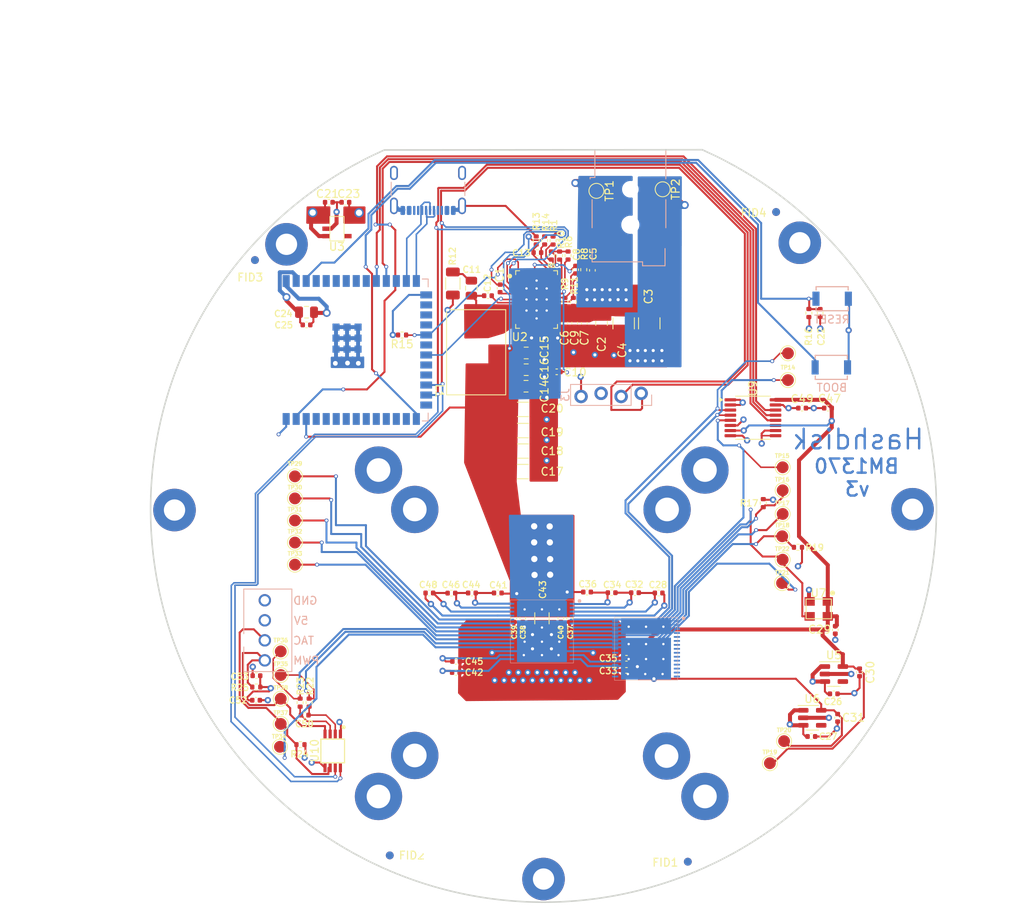
<source format=kicad_pcb>
(kicad_pcb (version 20241229) (generator "pcbnew") (generator_version "9.0")
  (layers (0 "F.Cu" signal) (4 "In1.Cu" signal) (6 "In2.Cu" signal) (2 "B.Cu" signal) (13 "F.Paste" user) (15 "B.Paste" user) (5 "F.SilkS" user "F.Silkscreen") (7 "B.SilkS" user "B.Silkscreen") (1 "F.Mask" user) (3 "B.Mask" user) (25 "Edge.Cuts" user))
  (net 0 "")
  (net 1 "GND")
  (net 2 "/VDD")
  (net 3 "/ESP32/EN")
  (net 4 "/5V")
  (net 5 "/3V3")
  (net 6 "/TX")
  (net 7 "/RX")
  (net 8 "/RST")
  (net 9 "/SCL")
  (net 10 "/Fan/FAN_PWM")
  (net 11 "/Power/SW")
  (net 12 "/ESP32/USB_D+")
  (net 13 "/ESP32/USB_D-")
  (net 14 "Net-(U2-DRTN)")
  (net 15 "Net-(U2-BP1V5)")
  (net 16 "Net-(U2-AVIN)")
  (net 17 "Net-(U2-EN{slash}UVLO)")
  (net 18 "/ESP32/IO0")
  (net 19 "Net-(U2-VDD5)")
  (net 20 "/Power/PGOOD")
  (net 23 "/SDA")
  (net 24 "Net-(U2-BOOT)")
  (net 25 "Net-(U2-VOSNS)")
  (net 26 "Net-(U2-GOSNS)")
  (net 27 "Net-(U8-VDDIO_12_1)")
  (net 28 "Net-(U8-VDDIO_08_1)")
  (net 29 "Net-(J4-Pin_3)")
  (net 30 "Net-(J4-Pin_6)")
  (net 31 "Net-(J4-Pin_5)")
  (net 32 "Net-(J4-Pin_4)")
  (net 39 "Net-(U2-MSEL1)")
  (net 40 "Net-(U2-MSEL2)")
  (net 41 "Net-(U2-VSEL)")
  (net 42 "Net-(U8-ROSC_SEL)")
  (net 43 "Net-(U8-LITE_PAD)")
  (net 44 "Net-(U8-INV_CLKO)")
  (net 49 "/Fan/TEMP_N")
  (net 50 "/Fan/TEMP_P")
  (net 53 "/Power/AGND")
  (net 60 "/Power/PMB_ALRT")
  (net 65 "Net-(C11-Pad1)")
  (net 66 "/Fan/TEMP_DP")
  (net 67 "/Fan/TEMP_DN")
  (net 68 "/BM1370/VDD3_0")
  (net 69 "/BM1370/1V2")
  (net 70 "/BM1370/0V8")
  (net 71 "/BM1370/VDD2_0")
  (net 72 "/BM1370/VDD1_0")
  (net 73 "/BM1370/VDD1_1")
  (net 74 "/BM1370/VDD2_1")
  (net 75 "/BM1370/VDD3_1")
  (net 76 "/BM1370/BI")
  (net 77 "/BM1370/RST_N")
  (net 78 "/BM1370/CI")
  (net 79 "/BM1370/RO")
  (net 80 "/BM1370/CLKI")
  (net 81 "/BM1370/NRSTO")
  (net 82 "/BM1370/CO")
  (net 83 "/BM1370/RI")
  (net 84 "/BM1370/CLKO")
  (net 85 "/BM1370/BO")
  (net 86 "/BM1370/PIN_MODE")
  (net 87 "/Fan/FAN_TACH")
  (net 88 "x")
  (footprint "Capacitor_SMD:C_0402_1005Metric" (layer "F.Cu") (at 235.793468 77.471943)
    (property "Reference" "C49")
    (property "Value" "0.1uF")
  )
  (footprint "TestPoint:TestPoint_Pad_D1.5mm" (layer "F.Cu") (at 171.469963 88.926867)
    (property "Reference" "TP30")
    (property "Value" "TestPoint")
  )
  (footprint "bitaxe:SLC1175-271MEC_COC" (layer "F.Cu") (at 194.455 70.39 -90)
    (property "Reference" "L1")
    (property "Value" "300nH" (hide yes))
  )
  (footprint "bitaxe:LQFN40-CLIP" (layer "F.Cu") (at 202.12 63.7)
    (property "Reference" "U2")
    (property "Value" "TPS546D24ARVFR")
  )
  (footprint "MountingHole:MountingHole_3.7mm" (layer "F.Cu") (at 213.3 129)
    (property "Reference" "Fan Cable Passthrough" (hide yes))
    (property "Value" "MountingHole_3.7mm")
  )
  (footprint "MountingHole:MountingHole_3mm_Pad_Via" (layer "F.Cu") (at 218.6 121.6)
    (property "Reference" "H6" (hide yes))
    (property "Value" "MountingHole_Pad")
  )
  (footprint "Resistor_SMD:R_0402_1005Metric" (layer "F.Cu") (at 205.72 64.01 90)
    (property "Reference" "R9")
    (property "Value" "11.8k")
  )
  (footprint "MountingHole:MountingHole_3.7mm" (layer "F.Cu") (at 162.3 90.4)
    (property "Reference" "Fan Cable Passthrough" (hide yes))
    (property "Value" "MountingHole_3.7mm")
  )
  (footprint "Capacitor_SMD:C_0402_1005Metric" (layer "F.Cu") (at 204.67 72.87 180)
    (property "Reference" "C10")
    (property "Value" "4.7uF")
  )
  (footprint "MountingHole:MountingHole_3.7mm" (layer "F.Cu") (at 158.4 98.6)
    (property "Reference" "Fan Cable Passthrough" (hide yes))
    (property "Value" "MountingHole_3.7mm")
  )
  (footprint "TestPoint:TestPoint_Pad_D1.5mm" (layer "F.Cu") (at 234 73.92)
    (property "Reference" "TP14")
    (property "Value" "TestPoint")
  )
  (footprint "TestPoint:TestPoint_Pad_D1.5mm" (layer "F.Cu") (at 169.669963 114.326867 -90)
    (property "Reference" "TP38")
    (property "Value" "TestPoint")
  )
  (footprint "TestPoint:TestPoint_Pad_D1.5mm" (layer "F.Cu") (at 233.50875 119.71 180)
    (property "Reference" "TP20")
    (property "Value" "TestPoint")
  )
  (footprint "Capacitor_SMD:C_0402_1005Metric" (layer "F.Cu") (at 166.539963 114.521867)
    (property "Reference" "C52")
    (property "Value" "0.1uF")
  )
  (footprint "Capacitor_SMD:C_0805_2012Metric" (layer "F.Cu") (at 200.8 72.6)
    (property "Reference" "C16")
    (property "Value" "22uF")
  )
  (footprint "TestPoint:TestPoint_Pad_D1.5mm" (layer "F.Cu") (at 233.249963 99.666867)
    (property "Reference" "TP21")
    (property "Value" "TestPoint")
  )
  (footprint "Resistor_SMD:R_0402_1005Metric" (layer "F.Cu") (at 202.07 56.21 90)
    (property "Reference" "R13")
    (property "Value" "49.9")
  )
  (footprint "TestPoint:TestPoint_Pad_D1.5mm" (layer "F.Cu") (at 171.469963 97.326867)
    (property "Reference" "TP33")
    (property "Value" "TestPoint")
  )
  (footprint "Capacitor_SMD:C_0402_1005Metric" (layer "F.Cu") (at 202.22 57.75 180)
    (property "Reference" "C13")
    (property "Value" "100pF")
  )
  (footprint "MountingHole:MountingHole_3.7mm" (layer "F.Cu") (at 193 135.8)
    (property "Reference" "Fan Cable Passthrough" (hide yes))
    (property "Value" "MountingHole_3.7mm")
  )
  (footprint "TestPoint:TestPoint_Pad_D1.5mm" (layer "F.Cu") (at 233.329963 90.896867)
    (property "Reference" "TP17")
    (property "Value" "TestPoint")
  )
  (footprint "Resistor_SMD:R_0402_1005Metric" (layer "F.Cu") (at 173.269963 114.826867 -90)
    (property "Reference" "R23")
    (property "Value" "100" (hide yes))
  )
  (footprint "MountingHole:MountingHole_3.7mm" (layer "F.Cu") (at 208.9 83.9)
    (property "Reference" "Fan Cable Passthrough" (hide yes))
    (property "Value" "MountingHole_3.7mm")
  )
  (footprint "Capacitor_SMD:C_0402_1005Metric" (layer "F.Cu") (at 243.08275 110.991 -90)
    (property "Reference" "C30")
    (property "Value" "1uF")
  )
  (footprint "MountingHole:MountingHole_3.7mm" (layer "F.Cu") (at 225 101.3)
    (property "Reference" "Fan Cable Passthrough" (hide yes))
    (property "Value" "MountingHole_3.7mm")
  )
  (footprint "MountingHole:MountingHole_3mm_Pad_Via" (layer "F.Cu") (at 186.669963 121.526867)
    (property "Reference" "H6" (hide yes))
    (property "Value" "MountingHole_Pad")
  )
  (footprint "MountingHole:MountingHole_3.7mm" (layer "F.Cu") (at 206.5 129)
    (property "Reference" "Fan Cable Passthrough" (hide yes))
    (property "Value" "MountingHole_3.7mm")
  )
  (footprint "Capacitor_SMD:C_0402_1005Metric" (layer "F.Cu") (at 209.2 60 -90)
    (property "Reference" "C5")
    (property "Value" "1uF")
  )
  (footprint "Capacitor_SMD:C_1206_3216Metric" (layer "F.Cu") (at 200.38 85.52)
    (property "Reference" "C17")
    (property "Value" "100uF" (hide yes))
  )
  (footprint "TestPoint:TestPoint_Pad_D1.5mm" (layer "F.Cu") (at 171.469963 94.526867)
    (property "Reference" "TP32")
    (property "Value" "TestPoint")
  )
  (footprint "Capacitor_SMD:C_0805_2012Metric" (layer "F.Cu") (at 172.94 65.31)
    (property "Reference" "C24")
    (property "Value" "10uF")
  )
  (footprint "MountingHole:MountingHole_3.7mm" (layer "F.Cu") (at 225 108.8)
    (property "Reference" "Fan Cable Passthrough" (hide yes))
    (property "Value" "MountingHole_3.7mm")
  )
  (footprint "MountingHole:MountingHole_3.7mm" (layer "F.Cu") (at 243.9 106.8)
    (property "Reference" "Fan Cable Passthrough" (hide yes))
    (property "Value" "MountingHole_3.7mm")
  )
  (footprint "MountingHole:MountingHole_3.7mm" (layer "F.Cu") (at 224 57.6)
    (property "Reference" "Fan Cable Passthrough" (hide yes))
    (property "Value" "MountingHole_3.7mm")
  )
  (footprint "TestPoint:TestPoint_Pad_D1.5mm" (layer "F.Cu") (at 169.569963 120.426867)
    (property "Reference" "TP34")
    (property "Value" "TestPoint")
  )
  (footprint "Capacitor_SMD:C_0402_1005Metric" (layer "F.Cu") (at 208.17 66.71 -90)
    (property "Reference" "C7")
    (property "Value" "1uF")
  )
  (footprint "Capacitor_SMD:C_0402_1005Metric" (layer "F.Cu") (at 239.80375 113.71)
    (property "Reference" "C26")
    (property "Value" "1uF")
  )
  (footprint "Capacitor_SMD:C_0402_1005Metric" (layer "F.Cu") (at 238.084 65.402 -90)
    (property "Reference" "C22")
    (property "Value" "1uF")
  )
  (footprint "Capacitor_SMD:C_0402_1005Metric" (layer "F.Cu") (at 206.95 66.69 -90)
    (property "Reference" "C9")
    (property "Value" "2200pF")
  )
  (footprint "Capacitor_SMD:C_0402_1005Metric" (layer "F.Cu") (at 197.2 100.92 180)
    (property "Reference" "C41")
    (property "Value" "1uF")
  )
  (footprint "Capacitor_SMD:C_0805_2012Metric" (layer "F.Cu") (at 200.8 70.48)
    (property "Reference" "C15")
    (property "Value" "22uF")
  )
  (footprint "Capacitor_SMD:C_0402_1005Metric" (layer "F.Cu") (at 172.94 66.92)
    (property "Reference" "C25")
    (property "Value" "0.1uF")
  )
  (footprint "Capacitor_SMD:C_1206_3216Metric" (layer "F.Cu") (at 200.4 77.64)
    (property "Reference" "C20")
    (property "Value" "100uF")
  )
  (footprint "MountingHole:MountingHole_3.7mm" (layer "F.Cu") (at 229 114.5)
    (property "Reference" "Fan Cable Passthrough" (hide yes))
    (property "Value" "MountingHole_3.7mm")
  )
  (footprint "MountingHole:MountingHole_3mm_Pad_Via" (layer "F.Cu") (at 182.069963 126.726867)
    (property "Reference" "H6" (hide yes))
    (property "Value" "MountingHole_Pad")
  )
  (footprint "MountingHole:MountingHole_3.7mm" (layer "F.Cu") (at 246.7 99.3)
    (property "Reference" "Fan Cable Passthrough" (hide yes))
    (property "Value" "MountingHole_3.7mm")
  )
  (footprint "MountingHole:MountingHole_3mm_Pad_Via" (layer "F.Cu") (at 182.069963 85.326867)
    (property "Reference" "H6" (hide yes))
    (property "Value" "MountingHole_Pad")
  )
  (footprint "Capacitor_SMD:C_1206_3216Metric" (layer "F.Cu") (at 200.4 80.32)
    (property "Reference" "C19")
    (property "Value" "100uF")
  )
  (footprint "TestPoint:TestPoint_Pad_D1.5mm" (layer "F.Cu") (at 171.469963 91.726867)
    (property "Reference" "TP31")
    (property "Value" "TestPoint")
  )
  (footprint "bitaxe:RT9080-33GJ5" (layer "F.Cu") (at 176.803 54.72)
    (property "Reference" "U3")
    (property "Value" "RT9080-33GJ5")
  )
  (footprint "MountingHole:MountingHole_3.7mm" (layer "F.Cu") (at 231.3 127.2)
    (property "Reference" "Fan Cable Passthrough" (hide yes))
    (property "Value" "MountingHole_3.7mm")
  )
  (footprint "Capacitor_SMD:C_0402_1005Metric" (layer "F.Cu") (at 193.9176 100.92 180)
    (property "Reference" "C44")
    (property "Value" "1uF")
  )
  (footprint "MountingHole:MountingHole_2.7mm_Pad_TopBottom" (layer "F.Cu") (at 203 137.2)
    (property "Reference" "H4" (hide yes))
    (property "Value" "MountingHole_2.7mm_Pad_TopBottom")
  )
  (footprint "MountingHole:MountingHole_3.7mm" (layer "F.Cu") (at 214.9 83.7)
    (property "Reference" "Fan Cable Passthrough" (hide yes))
    (property "Value" "MountingHole_3.7mm")
  )
  (footprint "TestPoint:TestPoint_Pad_D1.5mm" (layer "F.Cu") (at 209.71 49.92 -90)
    (property "Reference" "TP1")
    (property "Value" "TestPoint")
  )
  (footprint "Fiducial:Fiducial_1mm_Mask2mm" (layer "F.Cu") (at 221.3 135)
    (property "Reference" "FID1")
    (property "Value" "Fiducial")
  )
  (footprint "Resistor_SMD:R_0402_1005Metric" (layer "F.Cu") (at 230.869963 89.526867 -90)
    (property "Reference" "R17")
    (property "Value" "10k")
  )
  (footprint "Fiducial:Fiducial_1mm_Mask2mm" (layer "F.Cu") (at 232.4978 52.605)
    (property "Reference" "FID4")
    (property "Value" "Fiducial")
  )
  (footprint "Resistor_SMD:R_0402_1005Metric" (layer "F.Cu") (at 203.99 58.12 -90)
    (property "Reference" "R5")
    (property "Value" "14.7k")
  )
  (footprint "Capacitor_SMD:C_0402_1005Metric" (layer "F.Cu") (at 205.71 66.69 -90)
    (property "Reference" "C6")
    (property "Value" "4700pF")
  )
  (footprint "MountingHole:MountingHole_3.7mm" (layer "F.Cu") (at 165.6 83.1)
    (property "Reference" "Fan Cable Passthrough" (hide yes))
    (property "Value" "MountingHole_3.7mm")
  )
  (footprint "Resistor_SMD:R_0402_1005Metric" (layer "F.Cu") (at 203.14 56.21 -90)
    (property "Reference" "R14")
    (property "Value" "49.9")
  )
  (footprint "MountingHole:MountingHole_3.7mm" (layer "F.Cu") (at 199.7 129)
    (property "Reference" "Fan Cable Passthrough" (hide yes))
    (property "Value" "MountingHole_3.7mm")
  )
  (footprint "MountingHole:MountingHole_3.7mm" (layer "F.Cu") (at 192.9 129)
    (property "Reference" "Fan Cable Passthrough" (hide yes))
    (property "Value" "MountingHole_3.7mm")
  )
  (footprint "Capacitor_SMD:C_0402_1005Metric" (layer "F.Cu") (at 175.77 51.37)
    (property "Reference" "C21")
    (property "Value" "1uF")
  )
  (footprint "Capacitor_SMD:C_0402_1005Metric" (layer "F.Cu") (at 239.073468 77.471943 180)
    (property "Reference" "C47")
    (property "Value" "0.1uF")
  )
  (footprint "TestPoint:TestPoint_Pad_D1.5mm" (layer "F.Cu") (at 231.70875 122.51)
    (property "Reference" "TP19")
    (property "Value" "TestPoint")
  )
  (footprint "Fiducial:Fiducial_1mm_Mask2mm" (layer "F.Cu") (at 183.5 134.2)
    (property "Reference" "FID2")
    (property "Value" "Fiducial")
  )
  (footprint "Capacitor_SMD:C_0402_1005Metric" (layer "F.Cu") (at 213.52 110.74 180)
    (property "Reference" "C33")
    (property "Value" "1uF")
  )
  (footprint "TestPoint:TestPoint_Pad_D1.5mm" (layer "F.Cu") (at 234 70.52)
    (property "Reference" "TP13" (hide yes))
    (property "Value" "TestPoint")
  )
  (footprint "MountingHole:MountingHole_3.7mm" (layer "F.Cu") (at 239.2 88.2)
    (property "Reference" "Fan Cable Passthrough" (hide yes))
    (property "Value" "MountingHole_3.7mm")
  )
  (footprint "Resistor_SMD:R_0402_1005Metric" (layer "F.Cu") (at 204.21 56.22 -90)
    (property "Reference" "R1")
    (property "Value" "8.25k")
  )
  (footprint "Capacitor_SMD:C_0402_1005Metric" (layer "F.Cu") (at 208.52 100.8 180)
    (property "Reference" "C36")
    (property "Value" "1uF")
  )
  (footprint "MountingHole:MountingHole_3.7mm" (layer "F.Cu") (at 158.4 83)
    (property "Reference" "Fan Cable Passthrough" (hide yes))
    (property "Value" "MountingHole_3.7mm")
  )
  (footprint "Capacitor_SMD:C_0402_1005Metric" (layer "F.Cu") (at 177.87 51.37 180)
    (property "Reference" "C23")
    (property "Value" "1uF")
  )
  (footprint "Package_TO_SOT_SMD:SOT-23-5" (layer "F.Cu") (at 237.07875 116.75)
    (property "Reference" "U6")
    (property "Value" "MCP1824T-0802E")
  )
  (footprint "MountingHole:MountingHole_3.7mm" (layer "F.Cu") (at 175.2 127.2)
    (property "Reference" "Fan Cable Passthrough" (hide yes))
    (property "Value" "MountingHole_3.7mm")
  )
  (footprint "bitaxe:NetTie-0.25mm" (layer "F.Cu") (at 201.86 60.945 -90)
    (property "Reference" "T1" (hide yes))
    (property "Value" "net-tie" (hide yes))
  )
  (footprint "Capacitor_SMD:C_1210_3225Metric" (layer "F.Cu") (at 216.41 66.72 -90)
    (property "Reference" "C3")
    (property "Value" "47uF")
  )
  (footprint "MountingHole:MountingHole_3.7mm" (layer "F.Cu") (at 218.7 131.5)
    (property "Reference" "Fan Cable Passthrough" (hide yes))
    (property "Value" "MountingHole_3.7mm")
  )
  (footprint "MountingHole:MountingHole_3mm_Pad_Via" (layer "F.Cu") (at 186.669963 90.326867)
    (property "Reference" "H6" (hide yes))
    (property "Value" "MountingHole_Pad")
  )
  (footprint "Capacitor_SMD:C_0402_1005Metric" (layer "F.Cu") (at 217.5976 100.92 180)
    (property "Reference" "C28")
    (property "Value" "1uF")
  )
  (footprint "Capacitor_SMD:C_0402_1005Metric" (layer "F.Cu") (at 199.2376 104.12 -90)
    (property "Reference" "C39")
    (property "Value" "1uF")
  )
  (footprint "Capacitor_SMD:C_0402_1005Metric" (layer "F.Cu") (at 214.5976 100.886 180)
    (property "Reference" "C32")
    (property "Value" "1uF")
  )
  (footprint "Resistor_SMD:R_0402_1005Metric" (layer "F.Cu") (at 172.1725 120.15)
    (property "Reference" "R24")
    (property "Value" "5.6k")
  )
  (footprint "Package_SO:TSSOP-8_3x3mm_P0.65mm" (layer "F.Cu") (at 176.2625 120.95 -90)
    (property "Reference" "U10")
    (property "Value" "EMC2101")
  )
  (footprint "MountingHole:MountingHole_3.7mm" (layer "F.Cu") (at 244 93.2)
    (property "Reference" "Fan Cable Passthrough" (hide yes))
    (property "Value" "MountingHole_3.7mm")
  )
  (footprint "Resistor_SMD:R_1206_3216Metric" (layer "F.Cu") (at 191.5 61.67 90)
    (property "Reference" "R12")
    (property "Value" "1")
  )
  (footprint "MountingHole:MountingHole_3.7mm" (layer "F.Cu") (at 187.9 132.1)
    (property "Reference" "Fan Cable Passthrough" (hide yes))
    (property "Value" "MountingHole_3.7mm")
  )
  (footprint "Capacitor_SMD:C_1206_3216Metric" (layer "F.Cu") (at 200.4 82.92)
    (property "Reference" "C18")
    (property "Value" "100uF")
  )
  (footprint "Capacitor_SMD:C_0402_1005Metric" (layer "F.Cu") (at 200.3676 104.12 -90)
    (property "Reference" "C38")
    (property "Value" "0.1uF")
  )
  (footprint "Capacitor_SMD:C_0402_1005Metric" (layer "F.Cu") (at 191.3176 100.936 180)
    (property "Reference" "C46")
    (property "Value" "1uF")
  )
  (footprint "Capacitor_SMD:C_0402_1005Metric" (layer "F.Cu") (at 213.52 109.2 180)
    (property "Reference" "C35")
    (property "Value" "1uF")
  )
  (footprint "MountingHole:MountingHole_3.7mm" (layer "F.Cu") (at 180.3 108.9)
    (property "Reference" "Fan Cable Passthrough" (hide yes))
    (property "Value" "MountingHole_3.7mm")
  )
  (footprint "TestPoint:TestPoint_Pad_D1.5mm" (layer "F.Cu") (at 233.329963 87.896867)
    (property "Reference" "TP16")
    (property "Value" "TestPoint")
  )
  (footprint "Resistor_SMD:R_0402_1005Metric" (layer "F.Cu") (at 205.04 58.13 90)
    (property "Reference" "R10")
    (property "Value" "68.1k")
  )
  (footprint "MountingHole:MountingHole_2.7mm_Pad_TopBottom" (layer "F.Cu") (at 170.4 56.7)
    (property "Reference" "H4" (hide yes))
    (property "Value" "MountingHole_2.7mm_Pad_TopBottom")
  )
  (footprint "MountingHole:MountingHole_3mm_Pad_Via" (layer "F.Cu") (at 218.669963 90.326867)
    (property "Reference" "H6" (hide yes))
    (property "Value" "MountingHole_Pad")
  )
  (footprint "Fiducial:Fiducial_1mm_Mask2mm" (layer "F.Cu") (at 166.4 58.7)
    (property "Reference" "FID3")
    (property "Value" "Fiducial")
  )
  (footprint "Capacitor_SMD:C_0402_1005Metric" (layer "F.Cu") (at 191.88 111)
    (property "Reference" "C42")
    (property "Value" "1uF")
  )
  (footprint "Resistor_SMD:R_0402_1005Metric" (layer "F.Cu") (at 235.269963 95.126867 180)
    (property "Reference" "R19")
    (property "Value" "1k")
  )
  (footprint "Capacitor_SMD:C_0402_1005Metric" (layer "F.Cu") (at 211.6376 100.886 180)
    (property "Reference" "C34")
    (property "Value" "1uF")
  )
  (footprint "Resistor_SMD:R_0402_1005Metric" (layer "F.Cu") (at 172.129963 114.826867 90)
    (property "Reference" "R22")
    (property "Value" "100" (hide yes))
  )
  (footprint "Capacitor_SMD:C_0402_1005Metric" (layer "F.Cu") (at 191.92 109.6)
    (property "Reference" "C45")
    (property "Value" "1uF")
  )
  (footprint "TestPoint:TestPoint_Pad_D1.5mm" (layer "F.Cu") (at 233.329963 84.976867)
    (property "Reference" "TP15")
    (property "Value" "TestPoint")
  )
  (footprint "Package_SO:TSSOP-16_4.4x5mm_P0.65mm" (layer "F.Cu") (at 229.558468 78.696943)
    (property "Reference" "U9")
    (property "Value" "SN74AVC4T774")
  )
  (footprint "Package_TO_SOT_SMD:SOT-23-5" (layer "F.Cu") (at 239.82375 111.2)
    (property "Reference" "U5")
    (property "Value" "MCP1824T-1202E/OT")
  )
  (footprint "Capacitor_SMD:C_0805_2012Metric" (layer "F.Cu") (at 193.85 62.26 -90)
    (property "Reference" "C11")
    (property "Value" "1000pF")
  )
  (footprint "MountingHole:MountingHole_3.7mm" (layer "F.Cu") (at 202.8 49.5)
    (property "Reference" "Fan Cable Passthrough" (hide yes))
    (property "Value" "MountingHole_3.7mm")
  )
  (footprint "MountingHole:MountingHole_3mm_Pad_Via" (layer "F.Cu") (at 223.469963 85.326867)
    (property "Reference" "H6" (hide yes))
    (property "Value" "MountingHole_Pad")
  )
  (footprint "Resistor_SMD:R_0402_1005Metric" (layer "F.Cu") (at 206.11 58.12 90)
    (property "Reference" "R6")
    (property "Value" " RES 0 OHM JUMPER 1/16W")
  )
  (footprint "MountingHole:MountingHole_3.7mm" (layer "F.Cu") (at 176.4 100.1)
    (property "Reference" "Fan Cable Passthrough" (hide yes))
    (property "Value" "MountingHole_3.7mm")
  )
  (footprint "Capacitor_SMD:C_0402_1005Metric" (layer "F.Cu") (at 206.3176 104.12 -90)
    (property "Reference" "C37")
    (property "Value" "0.1uF")
  )
  (footprint "Capacitor_SMD:C_0402_1005Metric" (layer "F.Cu") (at 207.07 59.92 90)
    (property "Reference" "C8")
    (property "Value" "0.1uF")
  )
  (footprint "Capacitor_SMD:C_0402_1005Metric" (layer "F.Cu") (at 197.49 62.29 90)
    (property "Reference" "C1")
    (property "Value" "1uF")
  )
  (footprint "TestPoint:TestPoint_Pad_D1.5mm" (layer "F.Cu") (at 169.669963 111.326867 -90)
    (property "Reference" "TP35")
    (property "Value" "TestPoint" (hide yes))
  )
  (footprint "Capacitor_SMD:C_0402_1005Metric" (layer "F.Cu") (at 188.5176 100.92 180)
    (property "Reference" "C48")
    (property "Value" "1uF")
  )
  (footprint "TestPoint:TestPoint_Pad_D1.5mm" (layer "F.Cu") (at 169.669963 108.326867 -90)
    (property "Reference" "TP36")
    (property "Value" "TestPoint" (hide yes))
  )
  (footprint "MountingHole:MountingHole_3.7mm" (layer "F.Cu") (at 188.8 84.6)
    (property "Reference" "Fan Cable Passthrough" (hide yes))
    (property "Value" "MountingHole_3.7mm")
  )
  (footprint "MountingHole:MountingHole_3.7mm" (layer "F.Cu") (at 193.9 57.3)
    (property "Reference" "Fan Cable Passthrough" (hide yes))
    (property "Value" "MountingHole_3.7mm")
  )
  (footprint "Resistor_SMD:R_0402_1005Metric" (layer "F.Cu") (at 206.78 64 90)
    (property "Reference" "R11")
    (property "Value" "10")
  )
  (footprint "Capacitor_SMD:C_1206_3216Metric" (layer "F.Cu") (at 202.7976 104.13 -90)
    (property "Reference" "C43")
    (property "Value" "100uF")
  )
  (footprint "Resistor_SMD:R_0402_1005Metric" (layer "F.Cu") (at 208.1 59.92 90)
    (property "Reference" "R8")
    (property "Value" "3.74k")
  )
  (footprint "Capacitor_SMD:C_1210_3225Metric" (layer "F.Cu") (at 213.16 66.72 -90)
    (property "Reference" "C4")
    (property "Value" "47uF")
  )
  (footprint "TestPoint:TestPoint_Pad_D1.5mm" (layer "F.Cu") (at 233.269963 93.726867)
    (property "Reference" "TP18")
    (property "Value" "TestPoint")
  )
  (footprint "MountingHole:MountingHole_3.7mm" (layer "F.Cu") (at 183.8 114.3)
    (property "Reference" "Fan Cable Passthrough" (hide yes))
    (property "Value" "MountingHole_3.7mm")
  )
  (footprint "TestPoint:TestPoint_Pad_D1.5mm" (layer "F.Cu") (at 169.669963 117.526867 -90)
    (property "Reference" "TP37")
    (property "Value" "TestPoint")
  )
  (footprint "MountingHole:MountingHole_3.7mm" (layer "F.Cu") (at 224 71.2)
    (property "Reference" "Fan Cable Passthrough" (hide yes))
    (property "Value" "MountingHole_3.7mm")
  )
  (footprint "Resistor_SMD:R_0402_1005Metric" (layer "F.Cu") (at 185.06 68.2 180)
    (property "Reference" "R15")
    (property "Value" "10k")
  )
  (footprint "MountingHole:MountingHole_2.7mm_Pad_TopBottom" (layer "F.Cu") (at 156.2 90.4)
    (property "Reference" "H4" (hide yes))
    (property "Value" "MountingHole_2.7mm_Pad_TopBottom")
  )
  (footprint "Capacitor_SMD:C_0402_1005Metric" (layer "F.Cu") (at 205.2 104.12 -90)
    (property "Reference" "C40")
    (property "Value" "1uF")
  )
  (footprint "Capacitor_SMD:C_0805_2012Metric" (layer "F.Cu") (at 210.36 66.72 -90)
    (property "Reference" "C2")
    (property "Value" "10uF")
  )
  (footprint "Resistor_SMD:R_0402_1005Metric" (layer "F.Cu") (at 236.654 65.412 90)
    (property "Reference" "R16")
    (property "Value" "10k")
  )
  (footprint "Capacitor_SMD:C_0402_1005Metric" (layer "F.Cu") (at 195.95 63.22 180)
    (property "Reference" "C12")
    (property "Value" "0.1uF")
  )
  (footprint "MountingHole:MountingHole_2.7mm_Pad_TopBottom" (layer "F.Cu") (at 249.8 90.3)
    (property "Reference" "H4" (hide yes))
    (property "Value" "MountingHole_2.7mm_Pad_TopBottom")
  )
  (footprint "MountingHole:MountingHole_3.7mm" (layer "F.Cu") (at 224 64.4)
    (property "Reference" "Fan Cable Passthrough" (hide yes))
    (property "Value" "MountingHole_3.7mm")
  )
  (footprint "MountingHole:MountingHole_3.7mm" (layer "F.Cu") (at 180.7 121.2)
    (property "Reference" "Fan Cable Passthrough" (hide yes))
    (property "Value" "MountingHole_3.7mm")
  )
  (footprint "Capacitor_SMD:C_0402_1005Metric" (layer "F.Cu") (at 172.709963 116.406867 180)
    (property "Reference" "C50")
    (property "Value" "470pF" (hide yes))
  )
  (footprint "MountingHole:MountingHole_3.7mm" (layer "F.Cu") (at 233.2 108.7)
    (property "Reference" "Fan Cable Passthrough" (hide yes))
    (property "Value" "MountingHole_3.7mm")
  )
  (footprint "MountingHole:MountingHole_3.7mm" (layer "F.Cu") (at 225.9 120.6)
    (property "Reference" "Fan Cable Passthrough" (hide yes))
    (property "Value" "MountingHole_3.7mm")
  )
  (footprint "MountingHole:MountingHole_3.7mm" (layer "F.Cu") (at 159.9 106)
    (property "Reference" "Fan Cable Passthrough" (hide yes))
    (property "Value" "MountingHole_3.7mm")
  )
  (footprint "Capacitor_SMD:C_0402_1005Metric" (layer "F.Cu") (at 240.29875 116.75 -90)
    (property "Reference" "C31")
    (property "Value" "1uF")
  )
  (footprint "MountingHole:MountingHole_3mm_Pad_Via" (layer "F.Cu") (at 223.469963 126.726867)
    (property "Reference" "H6" (hide yes))
    (property "Value" "MountingHole_Pad")
  )
  (footprint "MountingHole:MountingHole_2.7mm_Pad_TopBottom" (layer "F.Cu") (at 235.5 56.5)
    (property "Reference" "H4" (hide yes))
    (property "Value" "MountingHole_2.7mm_Pad_TopBottom")
  )
  (footprint "MountingHole:MountingHole_3.7mm" (layer "F.Cu") (at 245.3 73.6)
    (property "Reference" "Fan Cable Passthrough" (hide yes))
    (property "Value" "MountingHole_3.7mm")
  )
  (footprint "Capacitor_SMD:C_0402_1005Metric" (layer "F.Cu") (at 166.589963 111.411867 180)
    (property "Reference" "C53")
    (property "Value" "0.1uF")
  )
  (footprint "bitaxe:SMD3225-4P" (layer "F.Cu") (at 237.899963 102.936867 180)
    (property "Reference" "U7")
    (property "Value" "25MHz")
  )
  (footprint "Capacitor_SMD:C_0402_1005Metric" (layer "F.Cu") (at 236.96875 119.12)
    (property "Reference" "C27")
    (property "Value" "1uF")
  )
  (footprint "TestPoint:TestPoint_Pad_D1.5mm" (layer "F.Cu") (at 218.11 49.72 -90)
    (property "Reference" "TP2")
    (property "Value" "TestPoint")
  )
  (footprint "TestPoint:TestPoint_Pad_D1.5mm" (layer "F.Cu") (at 233.329963 96.696867)
    (property "Reference" "TP22")
    (property "Value" "TestPoint")
  )
  (footprint "Capacitor_SMD:C_0402_1005Metric" (layer "F.Cu") (at 240 105.6 90)
    (property "Reference" "C29")
    (property "Value" "0.1uF")
  )
  (footprint "Resistor_SMD:R_0402_1005Metric" (layer "F.Cu") (at 166.569963 112.851867)
    (property "Reference" "R25")
    (property "Value" "10k" (hide yes))
  )
  (footprint "TestPoint:TestPoint_Pad_D1.5mm" (layer "F.Cu") (at 171.469963 86.126867)
    (property "Reference" "TP29")
    (property "Value" "TestPoint")
  )
  (footprint "MountingHole:MountingHole_3.7mm" (layer "F.Cu") (at 181.3 102.6)
    (property "Reference" "Fan Cable Passthrough" (hide yes))
    (property "Value" "MountingHole_3.7mm")
  )
  (footprint "MountingHole:MountingHole_3.7mm" (layer "F.Cu") (at 213.4 135.8)
    (property "Reference" "Fan Cable Passthrough" (hide yes))
    (property "Value" "MountingHole_3.7mm")
  )
  (footprint "Capacitor_SMD:C_0805_2012Metric" (layer "F.Cu") (at 200.78 74.7)
    (property "Reference" "C14")
    (property "Value" "22uF")
  )
  (footprint "bitaxe:USB_C_Receptacle_GCT_USB4105-xx-A" (layer "B.Cu") (at 188.349963 48.721867)
    (property "Reference" "J5" (hide yes))
    (property "Value" "USB_C_Receptacle_USB2.0")
  )
  (footprint "Fiducial:Fiducial_1mm_Mask2mm" (layer "B.Cu") (at 221.3 135 180)
    (property "Reference" "FID1" (hide yes))
    (property "Value" "Fiducial")
  )
  (footprint "bitaxe:BM1370" (layer "B.Cu") (at 202.8 105.8 180)
    (property "Reference" "U8" (hide yes))
    (property "Value" "BM1370_mode1")
  )
  (footprint "Fiducial:Fiducial_1mm_Mask2mm" (layer "B.Cu") (at 183.5 134.2 180)
    (property "Reference" "FID1" (hide yes))
    (property "Value" "Fiducial")
  )
  (footprint "bitaxe:TENSILITY_54-00164" (layer "B.Cu") (at 214.01 51.97)
    (property "Reference" "J1" (hide yes))
    (property "Value" "54-00164")
  )
  (footprint "bitaxe:SW_CS1213AGF260_CRS" (layer "B.Cu") (at 239.496 72.307 180)
    (property "Reference" "SW2" (hide yes))
    (property "Value" "GT-TC029B-H025-L1N")
  )
  (footprint "bitaxe:ESP32-S3-WROOM-1" (layer "B.Cu") (at 178.62 70.1 -90)
    (property "Reference" "U4" (hide yes))
    (property "Value" "ESP32-S3-WROOM-1")
  )
  (footprint "bitaxe:PinHeader_1x04_P2.54mm_Vertical_shifted" (layer "B.Cu") (at 215.38 75.8 90)
    (property "Reference" "J3")
    (property "Value" "Conn_01x04")
  )
  (footprint "Fiducial:Fiducial_1mm_Mask2mm" (layer "B.Cu") (at 232.5 52.6 180)
    (property "Reference" "FID1" (hide yes))
    (property "Value" "Fiducial")
  )
  (footprint "bitaxe:470531000" (layer "B.Cu") (at 167.648963 101.846867 -90)
    (property "Reference" "J6" (hide yes))
    (property "Value" "Conn_01x04" (hide yes))
  )
  (footprint "Fiducial:Fiducial_1mm_Mask2mm" (layer "B.Cu") (at 166.4 58.7 180)
    (property "Reference" "FID1" (hide yes))
    (property "Value" "Fiducial")
  )
  (footprint "bitaxe:BM1370" (layer "B.Cu") (at 216 108 180)
    (property "Reference" "U8" (hide yes))
    (property "Value" "BM1370_mode1")
  )
  (footprint "bitaxe:SW_CS1213AGF260_CRS" (layer "B.Cu") (at 239.6 63.6 180)
    (property "Reference" "SW1" (hide yes))
    (property "Value" "GT-TC029B-H025-L1N")
  )
  (gr_arc (start 223.1 44.7) (mid 203.045716 140.133402) (end 182.81637 44.736955) (stroke (width 0.2)) (layer "Edge.Cuts"))
  (gr_line (start 182.81637 44.736955) (end 223.1 44.7) (stroke (width 0.2)) (layer "Edge.Cuts"))
  (gr_text "BM1370" (at 242.7 85.9 0) (layer "B.Cu") (effects (font (size 1.8 1.8) (thickness 0.3) (bold yes)) (justify bottom mirror)))
  (gr_text "v3" (at 242.8 88.8 0) (layer "B.Cu") (effects (font (size 1.8 1.8) (thickness 0.3) (bold yes)) (justify bottom mirror)))
  (gr_text "Hashdisk" (at 242.9 82.9 0) (layer "B.Cu") (effects (font (size 2.5 2.5) (thickness 0.3) (bold yes)) (justify bottom mirror)))
  (gr_text "TAC" (at 172.57463 106.958367 0) (layer "B.SilkS") (effects (font (size 1 1)) (justify mirror)))
  (gr_text "5V" (at 172.252963 104.434867 0) (layer "B.SilkS") (effects (font (size 1 1)) (justify mirror)))
  (gr_text "GND" (at 172.788915 101.893367 0) (layer "B.SilkS") (effects (font (size 1 1)) (justify mirror)))
  (gr_text "PWM" (at 172.907963 109.490867 0) (layer "B.SilkS") (effects (font (size 1 1)) (justify mirror)))
  (segment (start 227.953468 77.071943) (end 228.258468 76.766943) (width 0.254) (layer "F.Cu") (net 1))
  (segment (start 240.20875 118.11) (end 240.29875 118.02) (width 0.254) (layer "F.Cu") (net 1))
  (segment (start 238.084 66.752) (end 238.104 66.772) (width 0.2) (layer "F.Cu") (net 1))
  (segment (start 240.29875 118.02) (end 240.29875 117.23) (width 0.254) (layer "F.Cu") (net 1))
  (segment (start 235.779963 97.016867) (end 235.269963 97.526867) (width 0.254) (layer "F.Cu") (net 1))
  (segment (start 240 106.86) (end 240 106.25) (width 0.254) (layer "F.Cu") (net 1))
  (segment (start 232.322218 80.966943) (end 230.614718 80.966943) (width 0.2) (layer "F.Cu") (net 1))
  (segment (start 175.5 65.4) (end 173.98 65.4) (width 0.508) (layer "F.Cu") (net 1))
  (segment (start 226.695968 77.071943) (end 227.953468 77.071943) (width 0.254) (layer "F.Cu") (net 1))
  (segment (start 175.42905 54.716) (end 176.064 54.716) (width 0.508) (layer "F.Cu") (net 1))
  (segment (start 176.79 52.462) (end 176.662 52.59) (width 0.2) (layer "F.Cu") (net 1))
  (segment (start 220.9068 51.72) (end 220.51 51.72) (width 1) (layer "F.Cu") (net 1))
  (segment (start 218.3176 102.52) (end 218.3176 101.16) (width 0.254) (layer "F.Cu") (net 1))
  (segment (start 173.98 65.4) (end 173.89 65.31) (width 0.508) (layer "F.Cu") (net 1))
  (segment (start 218.3176 101.16) (end 218.0776 100.92) (width 0.254) (layer "F.Cu") (net 1))
  (segment (start 240.28375 113.71) (end 242.33375 113.71) (width 0.254) (layer "F.Cu") (net 1))
  (segment (start 166.109963 110.291867) (end 166.119963 110.281867) (width 0.254) (layer "F.Cu") (net 1))
  (segment (start 230.869963 89.016867) (end 230.949963 89.096867) (width 0.254) (layer "F.Cu") (net 1))
  (segment (start 167.029963 114.511867) (end 167.019963 114.521867) (width 0.254) (layer "F.Cu") (net 1))
  (segment (start 218.1976 101.04) (end 218.0776 100.92) (width 0.254) (layer "F.Cu") (net 1))
  (segment (start 173.42 66.92) (end 173.81 66.53) (width 0.254) (layer "F.Cu") (net 1))
  (segment (start 166.109963 111.411867) (end 166.109963 110.291867) (width 0.254) (layer "F.Cu") (net 1))
  (segment (start 236.669963 100.526867) (end 236.669963 101.906867) (width 0.508) (layer "F.Cu") (net 1))
  (segment (start 176.8 51.37) (end 177.39 51.37) (width 0.254) (layer "F.Cu") (net 1))
  (segment (start 227.613468 79.671943) (end 228.358468 78.926943) (width 0.254) (layer "F.Cu") (net 1))
  (segment (start 218.51 49.72) (end 218.11 49.72) (width 1) (layer "F.Cu") (net 1))
  (segment (start 207.7 73.5) (end 207.76 73.56) (width 0.254) (layer "F.Cu") (net 1))
  (segment (start 228.223468 80.971943) (end 228.818468 81.566943) (width 0.254) (layer "F.Cu") (net 1))
  (segment (start 226.695968 76.421943) (end 227.913468 76.421943) (width 0.254) (layer "F.Cu") (net 1))
  (segment (start 242.33375 113.71) (end 242.42275 113.621) (width 0.254) (layer "F.Cu") (net 1))
  (segment (start 188.7176 102.32) (end 188.0376 101.64) (width 0.254) (layer "F.Cu") (net 1))
  (segment (start 240.20875 118.11) (end 239.19875 119.12) (width 0.254) (layer "F.Cu") (net 1))
  (segment (start 243.08275 111.471) (end 243.08275 112.961) (width 0.254) (layer "F.Cu") (net 1))
  (segment (start 188.0376 101.64) (end 188.0376 100.92) (width 0.254) (layer "F.Cu") (net 1))
  (segment (start 176.064 54.716) (end 176.752 54.028) (width 0.508) (layer "F.Cu") (net 1))
  (segment (start 236.669963 101.906867) (end 236.749963 101.986867) (width 0.508) (layer "F.Cu") (net 1))
  (segment (start 237.273468 77.471943) (end 236.273468 77.471943) (width 0.254) (layer "F.Cu") (net 1))
  (segment (start 238.104 66.772) (end 238.104 67.372) (width 0.2) (layer "F.Cu") (net 1))
  (segment (start 174.610633 122.423133) (end 175.2875 123.1) (width 0.254) (layer "F.Cu") (net 1))
  (segment (start 243.08275 112.961) (end 242.42275 113.621) (width 0.254) (layer "F.Cu") (net 1))
  (segment (start 176.752 54.028) (end 176.752 52.59) (width 0.508) (layer "F.Cu") (net 1))
  (segment (start 238.69525 111.191) (end 238.68625 111.2) (width 0.508) (layer "F.Cu") (net 1))
  (segment (start 190.834604 65.034604) (end 191.5 64.369208) (width 0.254) (layer "F.Cu") (net 1))
  (segment (start 173.81 66.53) (end 173.81 65.39) (width 0.254) (layer "F.Cu") (net 1))
  (segment (start 176.25 51.37) (end 176.8 51.37) (width 0.254) (layer "F.Cu") (net 1))
  (segment (start 198.196867 51.826867) (end 192.669963 51.826867) (width 0.254) (layer "F.Cu") (net 1))
  (segment (start 238.084 65.882) (end 238.084 66.752) (width 0.254) (layer "F.Cu") (net 1))
  (segment (start 173.81 65.39) (end 173.89 65.31) (width 0.254) (layer "F.Cu") (net 1))
  (segment (start 230.668468 81.966943) (end 230.668468 80.696943) (width 0.254) (layer "F.Cu") (net 1))
  (segment (start 207.76 73.56) (end 207.76 76) (width 0.254) (layer "F.Cu") (net 1))
  (segment (start 226.695968 79.671943) (end 227.613468 79.671943) (width 0.254) (layer "F.Cu") (net 1))
  (segment (start 227.913468 76.421943) (end 228.258468 76.766943) (width 0.254) (layer "F.Cu") (net 1))
  (segment (start 173.592537 122.423133) (end 174.610633 122.423133) (width 0.254) (layer "F.Cu") (net 1))
  (segment (start 242.02275 111.191) (end 238.69525 111.191) (width 0.508) (layer "F.Cu") (net 1))
  (segment (start 191.5 64.369208) (end 191.5 63.1325) (width 0.254) (layer "F.Cu") (net 1))
  (segment (start 235.779963 95.126867) (end 235.779963 97.016867) (width 0.254) (layer "F.Cu") (net 1))
  (segment (start 175.42505 54.72) (end 175.42905 54.716) (width 0.508) (layer "F.Cu") (net 1))
  (segment (start 220.51 51.72) (end 218.51 49.72) (width 1) (layer "F.Cu") (net 1))
  (segment (start 202.07 55.7) (end 198.196867 51.826867) (width 0.254) (layer "F.Cu") (net 1))
  (segment (start 239.19875 119.12) (end 237.44875 119.12) (width 0.254) (layer "F.Cu") (net 1))
  (segment (start 226.695968 80.971943) (end 228.223468 80.971943) (width 0.254) (layer "F.Cu") (net 1))
  (segment (start 230.668468 80.696943) (end 231.043468 80.321943) (width 0.254) (layer "F.Cu") (net 1))
  (segment (start 230.949963 89.096867) (end 232.109963 89.096867) (width 0.254) (layer "F.Cu") (net 1))
  (segment (start 237.273468 77.471943) (end 238.593468 77.471943) (width 0.254) (layer "F.Cu") (net 1))
  (segment (start 176.8 52.452) (end 176.662 52.59) (width 0.254) (layer "F.Cu") (net 1))
  (segment (start 176.8 51.37) (end 176.8 52.452) (width 0.254) (layer "F.Cu") (net 1))
  (segment (start 231.043468 80.321943) (end 232.420968 80.321943) (width 0.254) (layer "F.Cu") (net 1))
  (segment (start 168.029963 114.511867) (end 167.029963 114.511867) (width 0.254) (layer "F.Cu") (net 1))
  (segment (start 235.94125 116.75) (end 239.18875 116.75) (width 0.508) (layer "F.Cu") (net 1))
  (via (at 176.752 52.59) (size 0.8) (drill 0.4) (layers "F.Cu" "B.Cu") (net 1))
  (via (at 218.01 71.47) (size 0.8) (drill 0.4) (layers "F.Cu" "B.Cu") (net 1))
  (via (at 204 106.2) (size 0.8) (drill 0.4) (layers "F.Cu" "B.Cu") (net 1))
  (via (at 202.2 111) (size 0.8) (drill 0.4) (layers "F.Cu" "B.Cu") (net 1))
  (via (at 196.8 112) (size 0.8) (drill 0.4) (layers "F.Cu" "B.Cu") (net 1))
  (via (at 168.029963 114.511867) (size 0.8) (drill 0.4) (layers "F.Cu" "B.Cu") (net 1))
  (via (at 218.3176 102.52) (size 0.8) (drill 0.4) (layers "F.Cu" "B.Cu") (net 1))
  (via (at 240.20875 118.11) (size 0.8) (drill 0.4) (layers "F.Cu" "B.Cu") (net 1))
  (via (at 199.2 112) (size 0.8) (drill 0.4) (layers "F.Cu" "B.Cu") (net 1))
  (via (at 198 112) (size 0.8) (drill 0.4) (layers "F.Cu" "B.Cu") (net 1))
  (via (at 216.91 70.17) (size 0.8) (drill 0.4) (layers "F.Cu" "B.Cu") (net 1))
  (via (at 211.93 70.78) (size 0.8) (drill 0.4) (layers "F.Cu" "B.Cu") (net 1))
  (via (at 196.477038 108.484) (size 0.8) (drill 0.4) (layers "F.Cu" "B.Cu") (net 1))
  (via (at 240 106.86) (size 0.8) (drill 0.4) (layers "F.Cu" "B.Cu") (net 1))
  (via (at 198.6 111) (size 0.8) (drill 0.4) (layers "F.Cu" "B.Cu") (net 1))
  (via (at 179.51 71.79) (size 1) (drill 0.6) (layers "F.Cu" "B.Cu") (net 1))
  (via (at 214.96 70.17) (size 0.8) (drill 0.4) (layers "F.Cu" "B.Cu") (net 1))
  (via (at 238.104 67.372) (size 0.8) (drill 0.4) (layers "F.Cu" "B.Cu") (net 1))
  (via (at 205.8 111) (size 0.8) (drill 0.4) (layers "F.Cu" "B.Cu") (net 1))
  (via (at 207 111) (size 0.8) (drill 0.4) (layers "F.Cu" "B.Cu") (net 1))
  (via (at 201.6 106.2) (size 0.8) (drill 0.4) (layers "F.Cu" "B.Cu") (net 1))
  (via (at 201.6 112) (size 0.8) (drill 0.4) (layers "F.Cu" "B.Cu") (net 1))
  (via (at 204.79 68.58) (size 0.8) (drill 0.4) (layers "F.Cu" "B.Cu") (net 1))
  (via (at 207.7 73.5) (size 0.8) (drill 0.4) (layers "F.Cu" "B.Cu") (net 1))
  (via (at 190.834604 65.034604) (size 0.8) (drill 0.4) (layers "F.Cu" "B.Cu") (net 1))
  (via (at 206.4 112) (size 0.8) (drill 0.4) (layers "F.Cu" "B.Cu") (net 1))
  (via (at 203.4 81.52) (size 0.8) (drill 0.4) (layers "F.Cu" "B.Cu") (net 1))
  (via (at 207.6 112) (size 0.8) (drill 0.4) (layers "F.Cu" "B.Cu") (net 1))
  (via (at 200.4 112) (size 0.8) (drill 0.4) (layers "F.Cu" "B.Cu") (net 1))
  (via (at 203.09 71.32) (size 0.8) (drill 0.4) (layers "F.Cu" "B.Cu") (net 1))
  (via (at 214.96 71.47) (size 0.8) (drill 0.4) (layers "F.Cu" "B.Cu") (net 1))
  (via (at 204 108) (size 0.8) (drill 0.4) (layers "F.Cu" "B.Cu") (net 1))
  (via (at 215.91 71.47) (size 0.8) (drill 0.4) (layers "F.Cu" "B.Cu") (net 1))
  (via (at 213.96 70.17) (size 0.8) (drill 0.4) (layers "F.Cu" "B.Cu") (net 1))
  (via (at 241.696 67.6) (size 0.8) (drill 0.4) (layers "F.Cu" "B.Cu") (net 1))
  (via (at 239.18875 116.75) (size 0.8) (drill 0.4) (layers "F.Cu" "B.Cu") (net 1))
  (via (at 215.91 70.17) (size 0.8) (drill 0.4) (layers "F.Cu" "B.Cu") (net 1))
  (via (at 242.02275 111.191) (size 0.8) (drill 0.4) (layers "F.Cu" "B.Cu") (net 1))
  (via (at 201.6 108) (size 0.8) (drill 0.4) (layers "F.Cu" "B.Cu") (net 1))
  (via (at 228.258468 76.766943) (size 0.8) (drill 0.4) (layers "F.Cu" "B.Cu") (net 1))
  (via (at 178.14 71.76) (size 1) (drill 0.6) (layers "F.Cu" "B.Cu") (net 1))
  (via (at 228.358468 78.926943) (size 0.8) (drill 0.4) (layers "F.Cu" "B.Cu") (net 1))
  (via (at 204 112) (size 0.8) (drill 0.4) (layers "F.Cu" "B.Cu") (net 1))
  (via (at 232.109963 89.096867) (size 0.8) (drill 0.4) (layers "F.Cu" "B.Cu") (net 1))
  (via (at 203.4 78.92) (size 0.8) (drill 0.4) (layers "F.Cu" "B.Cu") (net 1))
  (via (at 188.7176 102.32) (size 0.8) (drill 0.4) (layers "F.Cu" "B.Cu") (net 1))
  (via (at 205.2 112) (size 0.8) (drill 0.4) (layers "F.Cu" "B.Cu") (net 1))
  (via (at 208.8 112) (size 0.8) (drill 0.4) (layers "F.Cu" "B.Cu") (net 1))
  (via (at 220.9068 51.72) (size 1) (drill 0.6) (layers "F.Cu" "B.Cu") (net 1))
  (via (at 169.4 80.8) (size 0.5) (drill 0.3) (layers "F.Cu" "B.Cu") (net 1))
  (via (at 202.8 112) (size 0.8) (drill 0.4) (layers "F.Cu" "B.Cu") (net 1))
  (via (at 203.4 76.12) (size 0.8) (drill 0.4) (layers "F.Cu" "B.Cu") (net 1))
  (via (at 203.11 73.52) (size 0.8) (drill 0.4) (layers "F.Cu" "B.Cu") (net 1))
  (via (at 235.269963 97.526867) (size 0.8) (drill 0.4) (layers "F.Cu" "B.Cu") (net 1))
  (via (at 204.6 111) (size 0.8) (drill 0.4) (layers "F.Cu" "B.Cu") (net 1))
  (via (at 203.4 111) (size 0.8) (drill 0.4) (layers "F.Cu" "B.Cu") (net 1))
  (via (at 237.273468 77.471943) (size 0.8) (drill 0.4) (layers "F.Cu" "B.Cu") (net 1))
  (via (at 203.08 68.58) (size 0.8) (drill 0.4) (layers "F.Cu" "B.Cu") (net 1))
  (via (at 199.8 111) (size 0.8) (drill 0.4) (layers "F.Cu" "B.Cu") (net 1))
  (via (at 236.669963 100.526867) (size 0.8) (drill 0.4) (layers "F.Cu" "B.Cu") (net 1))
  (via (at 228.818468 81.566943) (size 0.8) (drill 0.4) (layers "F.Cu" "B.Cu") (net 1))
  (via (at 216.91 71.47) (size 0.8) (drill 0.4) (layers "F.Cu" "B.Cu") (net 1))
  (via (at 176.595766 71.795766) (size 1) (drill 0.6) (layers "F.Cu" "B.Cu") (net 1))
  (via (at 201 111) (size 0.8) (drill 0.4) (layers "F.Cu" "B.Cu") (net 1))
  (via (at 175.5 65.4) (size 1) (drill 0.6) (layers "F.Cu" "B.Cu") (net 1))
  (via (at 166.119963 110.281867) (size 0.8) (drill 0.4) (layers "F.Cu" "B.Cu") (net 1))
  (via (at 201.48 68.57) (size 0.8) (drill 0.4) (layers "F.Cu" "B.Cu") (net 1))
  (via (at 206.8 70.4) (size 0.8) (drill 0.4) (layers "F.Cu" "B.Cu") (net 1))
  (via (at 213.96 71.47) (size 0.8) (drill 0.4) (layers "F.Cu" "B.Cu") (net 1))
  (via (at 173.592537 122.423133) (size 0.8) (drill 0.4) (layers "F.Cu" "B.Cu") (net 1))
  (via (at 242.42275 113.621) (size 0.8) (drill 0.4) (layers "F.Cu" "B.Cu") (net 1))
  (via (at 203.4 84.12) (size 0.8) (drill 0.4) (layers "F.Cu" "B.Cu") (net 1))
  (via (at 209.287038 108.504) (size 0.8) (drill 0.4) (layers "F.Cu" "B.Cu") (net 1))
  (via (at 209.51 70.72) (size 0.8) (drill 0.4) (layers "F.Cu" "B.Cu") (net 1))
  (via (at 230.668468 81.966943) (size 0.8) (drill 0.4) (layers "F.Cu" "B.Cu") (net 1))
  (via (at 218.01 70.17) (size 0.8) (drill 0.4) (layers "F.Cu" "B.Cu") (net 1))
  (segment (start 175.5 64.6) (end 174.5 63.6) (width 0.508) (layer "B.Cu") (net 1))
  (segment (start 190.1826 103.785) (end 197.158038 103.785) (width 0.254) (layer "B.Cu") (net 1))
  (segment (start 170.36 79.84) (end 170.36 78.85) (width 0.254) (layer "B.Cu") (net 1))
  (segment (start 196.661038 108.3) (end 199.7906 108.3) (width 0.254) (layer "B.Cu") (net 1))
  (segment (start 220.11 51.72) (end 220.9068 51.72) (width 1) (layer "B.Cu") (net 1))
  (segment (start 170.36 61.9912) (end 170.36 61.35) (width 0.508) (layer "B.Cu") (net 1))
  (segment (start 188.7176 102.32) (end 190.1826 103.785) (width 0.254) (layer "B.Cu") (net 1))
  (segment (start 209.287038 108.504) (end 209.083038 108.3) (width 0.254) (layer "B.Cu") (net 1))
  (segment (start 178.14 71.76) (end 178.08 71.7) (width 0.254) (layer "B.Cu") (net 1))
  (segment (start 191.629963 52.326867) (end 192.174963 52.326867) (width 0.508) (layer "B.Cu") (net 1))
  (segment (start 174.5 63.6) (end 171.9688 63.6) (width 0.508) (layer "B.Cu") (net 1))
  (segment (start 169.4 80.8) (end 170.36 79.84) (width 0.254) (layer "B.Cu") (net 1))
  (segment (start 209.083038 108.3) (end 205.6336 108.3) (width 0.254) (layer "B.Cu") (net 1))
  (segment (start 175.5 65.4) (end 175.5 64.6) (width 0.508) (layer "B.Cu") (net 1))
  (segment (start 218.3176 102.52) (end 217.0556 103.782) (width 0.254) (layer "B.Cu") (net 1))
  (segment (start 171.9688 63.6) (end 170.36 61.9912) (width 0.508) (layer "B.Cu") (net 1))
  (segment (start 185.229963 52.326867) (end 184.684963 52.326867) (width 0.508) (layer "B.Cu") (net 1))
  (segment (start 218.11 49.72) (end 220.11 51.72) (width 1) (layer "B.Cu") (net 1))
  (segment (start 184.684963 52.326867) (end 184.109963 51.751867) (width 0.508) (layer "B.Cu") (net 1))
  (segment (start 241.655 71.523) (end 241.655 72.307) (width 0.254) (layer "B.Cu") (net 1))
  (segment (start 241.696 67.6) (end 241.696 71.482) (width 0.254) (layer "B.Cu") (net 1))
  (segment (start 241.759 67.537) (end 241.759 63.6) (width 0.254) (layer "B.Cu") (net 1))
  (segment (start 197.161038 103.782) (end 198.8016 103.782) (width 0.254) (layer "B.Cu") (net 1))
  (segment (start 217.0556 103.782) (end 206.6336 103.782) (width 0.254) (layer "B.Cu") (net 1))
  (segment (start 192.174963 52.326867) (end 192.749963 51.751867) (width 0.508) (layer "B.Cu") (net 1))
  (segment (start 196.477038 108.484) (end 196.661038 108.3) (width 0.254) (layer "B.Cu") (net 1))
  (segment (start 197.158038 103.785) (end 197.161038 103.782) (width 0.254) (layer "B.Cu") (net 1))
  (segment (start 176.595766 71.795766) (end 176.68 71.711532) (width 0.254) (layer "B.Cu") (net 1))
  (segment (start 241.696 67.6) (end 241.759 67.537) (width 0.254) (layer "B.Cu") (net 1))
  (segment (start 199.6358 101) (end 197.5642 101) (width 0.254) (layer "F.Cu") (net 2))
  (segment (start 208.0358 100.8) (end 205.9642 100.8) (width 0.254) (layer "F.Cu") (net 2))
  (segment (start 202.6684 56.1716) (end 203.14 55.7) (width 0.2) (layer "F.Cu") (net 2))
  (segment (start 201.11 55.72) (end 201.5616 56.1716) (width 0.2) (layer "F.Cu") (net 2))
  (segment (start 187.4 81.1) (end 191.1 77.4) (width 0.254) (layer "F.Cu") (net 2))
  (segment (start 201.5616 56.1716) (end 202.6684 56.1716) (width 0.2) (layer "F.Cu") (net 2))
  (segment (start 191.1 77.4) (end 195.4 77.4) (width 0.254) (layer "F.Cu") (net 2))
  (segment (start 172.9 81.1) (end 187.4 81.1) (width 0.254) (layer "F.Cu") (net 2))
  (via (at 201.81 92.46) (size 1.2) (drill 0.8) (layers "F.Cu" "B.Cu") (net 2))
  (via (at 201.86 98.63) (size 1.2) (drill 0.8) (layers "F.Cu" "B.Cu") (net 2))
  (via (at 203.78 92.48) (size 1.2) (drill 0.8) (layers "F.Cu" "B.Cu") (net 2))
  (via (at 203.8 94.5) (size 1.2) (drill 0.8) (layers "F.Cu" "B.Cu") (net 2))
  (via (at 203.84 96.63) (size 1.2) (drill 0.8) (layers "F.Cu" "B.Cu") (net 2))
  (via (at 201.83 96.61) (size 1.2) (drill 0.8) (layers "F.Cu" "B.Cu") (net 2))
  (via (at 203.84 98.6) (size 1.2) (drill 0.8) (layers "F.Cu" "B.Cu") (net 2))
  (via (at 201.81 94.5) (size 1.2) (drill 0.8) (layers "F.Cu" "B.Cu") (net 2))
  (via (at 201.11 55.72) (size 0.8) (drill 0.4) (layers "F.Cu" "B.Cu") (net 2))
  (via (at 206 100.8) (size 0.8) (drill 0.4) (layers "F.Cu" "B.Cu") (net 2))
  (via (at 198.69 69.9) (size 0.5) (drill 0.3) (layers "F.Cu" "B.Cu") (net 2))
  (via (at 199.6 101) (size 0.8) (drill 0.4) (layers "F.Cu" "B.Cu") (net 2))
  (via (at 172.9 81.1) (size 0.5) (drill 0.3) (layers "F.Cu" "B.Cu") (net 2))
  (segment (start 172.9 81.1) (end 172.9 78.85) (width 0.254) (layer "B.Cu") (net 2))
  (segment (start 197.94 58.83) (end 197.94 62.39) (width 0.2) (layer "B.Cu") (net 2))
  (segment (start 198.71 69.88) (end 198.69 69.9) (width 0.2) (layer "B.Cu") (net 2))
  (segment (start 201.11 55.72) (end 201.11 57.31) (width 0.2) (layer "B.Cu") (net 2))
  (segment (start 200.4 58.02) (end 198.75 58.02) (width 0.2) (layer "B.Cu") (net 2))
  (segment (start 201.11 57.31) (end 200.4 58.02) (width 0.2) (layer "B.Cu") (net 2))
  (segment (start 198.75 58.02) (end 197.94 58.83) (width 0.2) (layer "B.Cu") (net 2))
  (segment (start 198.71 63.16) (end 198.71 69.88) (width 0.2) (layer "B.Cu") (net 2))
  (segment (start 197.94 62.39) (end 198.71 63.16) (width 0.2) (layer "B.Cu") (net 2))
  (segment (start 236.696 63.662) (end 236.696 64.952) (width 0.254) (layer "F.Cu") (net 3))
  (segment (start 238.084 64.922) (end 236.674 64.922) (width 0.254) (layer "F.Cu") (net 3))
  (via (at 236.642 63.6) (size 0.5) (drill 0.3) (layers "F.Cu" "B.Cu") (net 3))
  (segment (start 172.9 60.9628) (end 172.9 61.35) (width 0.254) (layer "B.Cu") (net 3))
  (segment (start 180.8 54.697106) (end 176.474106 59.023) (width 0.254) (layer "B.Cu") (net 3))
  (segment (start 230.6 54) (end 222.6 46) (width 0.254) (layer "B.Cu") (net 3))
  (segment (start 230.6 63.6) (end 230.6 54) (width 0.254) (layer "B.Cu") (net 3))
  (segment (start 236.642 63.6) (end 230.6 63.6) (width 0.254) (layer "B.Cu") (net 3))
  (segment (start 176.474106 59.023) (end 174.8398 59.023) (width 0.254) (layer "B.Cu") (net 3))
  (segment (start 184.342397 49.3) (end 180.8 52.842397) (width 0.254) (layer "B.Cu") (net 3))
  (segment (start 174.8398 59.023) (end 172.9 60.9628) (width 0.254) (layer "B.Cu") (net 3))
  (segment (start 236.642 63.6) (end 237.441 63.6) (width 0.254) (layer "B.Cu") (net 3))
  (segment (start 180.8 52.842397) (end 180.8 54.697106) (width 0.254) (layer "B.Cu") (net 3))
  (segment (start 222.6 46) (end 189.197106 46) (width 0.254) (layer "B.Cu") (net 3))
  (segment (start 189.197106 46) (end 185.897106 49.3) (width 0.254) (layer "B.Cu") (net 3))
  (segment (start 185.897106 49.3) (end 184.342397 49.3) (width 0.254) (layer "B.Cu") (net 3))
  (segment (start 238.98175 113.71) (end 238.68625 113.4145) (width 0.254) (layer "F.Cu") (net 4))
  (segment (start 238.68625 113.4145) (end 238.68625 112.15) (width 0.254) (layer "F.Cu") (net 4))
  (segment (start 209.71 49.92) (end 208.7 48.91) (width 1) (layer "F.Cu") (net 4))
  (segment (start 237.13275 111.286) (end 238.16875 110.25) (width 0.508) (layer "F.Cu") (net 4))
  (segment (start 173.52 52.525155) (end 173.52 54.657) (width 0.508) (layer "F.Cu") (net 4))
  (segment (start 167.079963 112.851867) (end 168.469963 112.851867) (width 0.254) (layer "F.Cu") (net 4))
  (segment (start 234.25875 116.34) (end 234.79875 115.8) (width 0.508) (layer "F.Cu") (net 4))
  (segment (start 238.16875 110.25) (end 238.68625 110.25) (width 0.508) (layer "F.Cu") (net 4))
  (segment (start 175.29 51.37) (end 175.29 52.19) (width 0.254) (layer "F.Cu") (net 4))
  (segment (start 168.469963 112.851867) (end 168.599963 112.981867) (width 0.254) (layer "F.Cu") (net 4))
  (segment (start 168.181363 113.400467) (end 168.599963 112.981867) (width 0.254) (layer "F.Cu") (net 4))
  (segment (start 234.25875 117.7) (end 234.25875 116.34) (width 0.508) (layer "F.Cu") (net 4))
  (segment (start 237.13275 112.15) (end 238.68625 112.15) (width 0.508) (layer "F.Cu") (net 4))
  (segment (start 236.48875 119.12) (end 236.23875 119.12) (width 0.254) (layer "F.Cu") (net 4))
  (segment (start 173.52 54.657) (end 174.5228 55.6598) (width 0.508) (layer "F.Cu") (net 4))
  (segment (start 174.5228 55.6598) (end 175.42505 55.6598) (width 0.508) (layer "F.Cu") (net 4))
  (segment (start 165.329963 114.251867) (end 166.181363 113.400467) (width 0.254) (layer "F.Cu") (net 4))
  (segment (start 234.25875 117.7) (end 235.94125 117.7) (width 0.508) (layer "F.Cu") (net 4))
  (segment (start 208.7 48.91) (end 207.04 48.91) (width 1) (layer "F.Cu") (net 4))
  (segment (start 239.32375 113.71) (end 238.98175 113.71) (width 0.254) (layer "F.Cu") (net 4))
  (segment (start 166.059963 114.521867) (end 165.599963 114.521867) (width 0.254) (layer "F.Cu") (net 4))
  (segment (start 165.599963 114.521867) (end 165.329963 114.251867) (width 0.254) (layer "F.Cu") (net 4))
  (segment (start 236.23875 119.12) (end 235.94125 118.8225) (width 0.254) (layer "F.Cu") (net 4))
  (segment (start 234.79875 115.8) (end 235.94125 115.8) (width 0.508) (layer "F.Cu") (net 4))
  (segment (start 167.069963 111.411867) (end 167.069963 112.841867) (width 0.254) (layer "F.Cu") (net 4))
  (segment (start 235.94125 118.8225) (end 235.94125 117.7) (width 0.254) (layer "F.Cu") (net 4))
  (segment (start 167.069963 112.841867) (end 167.079963 112.851867) (width 0.254) (layer "F.Cu") (net 4))
  (segment (start 166.181363 113.400467) (end 168.181363 113.400467) (width 0.254) (layer "F.Cu") (net 4))
  (segment (start 175.29 52.19) (end 175.3 52.2) (width 0.254) (layer "F.Cu") (net 4))
  (segment (start 237.13275 112.15) (end 237.13275 111.286) (width 0.508) (layer "F.Cu") (net 4))
  (via (at 211.43 63.74) (size 0.8) (drill 0.4) (layers "F.Cu" "B.Cu") (net 4))
  (via (at 168.4 113) (size 0.8) (drill 0.4) (layers "F.Cu" "B.Cu") (net 4))
  (via (at 213.48 63.74) (size 0.8) (drill 0.4) (layers "F.Cu" "B.Cu") (net 4))
  (via (at 212.44 62.45) (size 0.8) (drill 0.4) (layers "F.Cu" "B.Cu") (net 4))
  (via (at 213.46 62.47) (size 0.8) (drill 0.4) (layers "F.Cu" "B.Cu") (net 4))
  (via (at 234.238787 117.583133) (size 0.8) (drill 0.4) (layers "F.Cu" "B.Cu") (net 4))
  (via (at 208.49 62.45) (size 0.8) (drill 0.4) (layers "F.Cu" "B.Cu") (net 4))
  (via (at 173.720037 52.673133) (size 1.2) (drill 0.8) (layers "F.Cu" "B.Cu") (net 4))
  (via (at 209.48 63.74) (size 0.8) (drill 0.4) (layers "F.Cu" "B.Cu") (net 4))
  (via (at 210.44 62.45) (size 0.8) (drill 0.4) (layers "F.Cu" "B.Cu") (net 4))
  (via (at 210.46 63.72) (size 0.8) (drill 0.4) (layers "F.Cu" "B.Cu") (net 4))
  (via (at 237.13275 112.15) (size 0.8) (drill 0.4) (layers "F.Cu" "B.Cu") (net 4))
  (via (at 207.03 48.92) (size 1) (drill 0.6) (layers "F.Cu" "B.Cu") (net 4))
  (via (at 209.46 62.47) (size 0.8) (drill 0.4) (layers "F.Cu" "B.Cu") (net 4))
  (via (at 212.46 63.72) (size 0.8) (drill 0.4) (layers "F.Cu" "B.Cu") (net 4))
  (via (at 208.51 63.72) (size 0.8) (drill 0.4) (layers "F.Cu" "B.Cu") (net 4))
  (via (at 211.41 62.47) (size 0.8) (drill 0.4) (layers "F.Cu" "B.Cu") (net 4))
  (segment (start 208.71 50.12) (end 209.51 50.12) (width 1) (layer "B.Cu") (net 4))
  (segment (start 207.51 48.92) (end 208.71 50.12) (width 1) (layer "B.Cu") (net 4))
  (segment (start 236.718 67.434) (end 236.718 65.994) (width 0.254) (layer "F.Cu") (net 5))
  (segment (start 172.46 66.92) (end 172.13 66.59) (width 0.254) (layer "F.Cu") (net 5))
  (segment (start 172.8 121.7) (end 172.7 121.8) (width 0.254) (layer "F.Cu") (net 5))
  (segment (start 232.420968 77.071943) (end 233.363468 77.071943) (width 0.254) (layer "F.Cu") (net 5))
  (segment (start 236.718 65.994) (end 236.708 65.984) (width 0.254) (layer "F.Cu") (net 5))
  (segment (start 184.55 68.2) (end 183.9 68.2) (width 0.254) (layer "F.Cu") (net 5))
  (segment (start 178.35 51.37) (end 178.35 52.25) (width 0.254) (layer "F.Cu") (net 5))
  (segment (start 172.8 120.055) (end 172.8 121.7) (width 0.254) (layer "F.Cu") (net 5))
  (segment (start 172.13 65.45) (end 171.99 65.31) (width 0.254) (layer "F.Cu") (net 5))
  (segment (start 172.13 66.59) (end 172.13 65.45) (width 0.254) (layer "F.Cu") (net 5))
  (segment (start 234.073468 77.471943) (end 233.763468 77.471943) (width 0.254) (layer "F.Cu") (net 5))
  (segment (start 177.3 117.4625) (end 177.3 119.1375) (width 0.254) (layer "F.Cu") (net 5))
  (segment (start 170.4 63.85) (end 172.05 65.5) (width 0.508) (layer "F.Cu") (net 5))
  (segment (start 170.4 63.4) (end 170.4 63.85) (width 0.508) (layer "F.Cu") (net 5))
  (segment (start 233.763468 77.471943) (end 233.363468 77.071943) (width 0.254) (layer "F.Cu") (net 5))
  (segment (start 183.9 68.2) (end 183.89 68.19) (width 0.254) (layer "F.Cu") (net 5))
  (segment (start 235.313468 77.471943) (end 234.073468 77.471943) (width 0.254) (layer "F.Cu") (net 5))
  (via (at 234.073468 77.471943) (size 0.8) (drill 0.4) (layers "F.Cu" "B.Cu") (net 5))
  (via (at 183.89 68.19) (size 0.8) (drill 0.4) (layers "F.Cu" "B.Cu") (net 5))
  (via (at 236.664 67.372) (size 0.8) (drill 0.4) (layers "F.Cu" "B.Cu") (net 5))
  (via (at 179.6 52.7) (size 1.2) (drill 0.8) (layers "F.Cu" "B.Cu") (net 5))
  (via (at 172.7 121.8) (size 0.8) (drill 0.4) (layers "F.Cu" "B.Cu") (net 5))
  (via (at 170.4 63.4) (size 1) (drill 0.6) (layers "F.Cu" "B.Cu") (net 5))
  (via (at 177.125 117.2875) (size 0.8) (drill 0.4) (layers "F.Cu" "B.Cu") (net 5))
  (segment (start 169.5544 62.5544) (end 169.5544 60.2444) (width 0.508) (layer "B.Cu") (net 5))
  (segment (start 171.1656 60.2444) (end 171.63 60.7088) (width 0.508) (layer "B.Cu") (net 5))
  (segment (start 188.12 63.115) (end 185.935 63.115) (width 0.254) (layer "B.Cu") (net 5))
  (segment (start 169.5544 60.2444) (end 171.1656 60.2444) (width 0.508) (layer "B.Cu") (net 5))
  (segment (start 183.89 65.16) (end 183.89 68.19) (width 0.254) (layer "B.Cu") (net 5))
  (segment (start 170.4 63.4) (end 169.5544 62.5544) (width 0.508) (layer "B.Cu") (net 5))
  (segment (start 185.935 63.115) (end 183.89 65.16) (width 0.254) (layer "B.Cu") (net 5))
  (segment (start 171.63 60.7088) (end 171.63 61.35) (width 0.508) (layer "B.Cu") (net 5))
  (segment (start 181.85 55.25) (end 182.2444 54.8556) (width 0.254) (layer "F.Cu") (net 6))
  (segment (start 229.6 76.716606) (end 231.255337 78.371943) (width 0.254) (layer "F.Cu") (net 6))
  (segment (start 182.2444 46.952706) (end 183.297106 45.9) (width 0.254) (layer "F.Cu") (net 6))
  (segment (start 183.297106 45.9) (end 220.6 45.9) (width 0.254) (layer "F.Cu") (net 6))
  (segment (start 182.2444 54.8556) (end 182.2444 46.952706) (width 0.254) (layer "F.Cu") (net 6))
  (segment (start 220.6 45.9) (end 229.6 54.9) (width 0.254) (layer "F.Cu") (net 6))
  (segment (start 181.85 59.55) (end 181.85 55.25) (width 0.254) (layer "F.Cu") (net 6))
  (segment (start 229.6 54.9) (end 229.6 76.716606) (width 0.254) (layer "F.Cu") (net 6))
  (segment (start 231.255337 78.371943) (end 232.420968 78.371943) (width 0.254) (layer "F.Cu") (net 6))
  (via (at 181.85 59.55) (size 0.5) (drill 0.3) (layers "F.Cu" "B.Cu") (net 6))
  (segment (start 181.85 61.29) (end 181.79 61.35) (width 0.254) (layer "B.Cu") (net 6))
  (segment (start 181.85 59.55) (end 181.85 61.29) (width 0.254) (layer "B.Cu") (net 6))
  (segment (start 220.452706 46.2556) (end 229.2444 55.047294) (width 0.254) (layer "F.Cu") (net 7))
  (segment (start 231.402443 79.021943) (end 232.420968 79.021943) (width 0.254) (layer "F.Cu") (net 7))
  (segment (start 182.6 59.1) (end 182.6 47.1) (width 0.254) (layer "F.Cu") (net 7))
  (segment (start 182.6 47.1) (end 183.4444 46.2556) (width 0.254) (layer "F.Cu") (net 7))
  (segment (start 183.4444 46.2556) (end 220.452706 46.2556) (width 0.254) (layer "F.Cu") (net 7))
  (segment (start 229.2444 55.047294) (end 229.2444 76.8639) (width 0.254) (layer "F.Cu") (net 7))
  (segment (start 183.05 59.55) (end 182.6 59.1) (width 0.254) (layer "F.Cu") (net 7))
  (segment (start 229.2444 76.8639) (end 231.402443 79.021943) (width 0.254) (layer "F.Cu") (net 7))
  (via (at 183.05 59.55) (size 0.5) (drill 0.3) (layers "F.Cu" "B.Cu") (net 7))
  (segment (start 183.05 59.55) (end 183.06 59.56) (width 0.254) (layer "B.Cu") (net 7))
  (segment (start 183.06 59.56) (end 183.06 61.35) (width 0.254) (layer "B.Cu") (net 7))
  (segment (start 220.747294 45.5444) (end 229.9556 54.752706) (width 0.254) (layer "F.Cu") (net 8))
  (segment (start 182.831709 72.868291) (end 180.6 75.1) (width 0.254) (layer "F.Cu") (net 8))
  (segment (start 181.7 54.2) (end 181.8888 54.0112) (width 0.254) (layer "F.Cu") (net 8))
  (segment (start 231.108231 77.721943) (end 232.420968 77.721943) (width 0.254) (layer "F.Cu") (net 8))
  (segment (start 181.8888 46.805412) (end 183.149812 45.5444) (width 0.254) (layer "F.Cu") (net 8))
  (segment (start 183.5 54.2) (end 184.2 54.9) (width 0.254) (layer "F.Cu") (net 8))
  (segment (start 229.9556 54.752706) (end 229.9556 76.569312) (width 0.254) (layer "F.Cu") (net 8))
  (segment (start 184.2 62.5) (end 182.831709 63.868291) (width 0.254) (layer "F.Cu") (net 8))
  (segment (start 183.149812 45.5444) (end 220.747294 45.5444) (width 0.254) (layer "F.Cu") (net 8))
  (segment (start 229.9556 76.569312) (end 231.108231 77.721943) (width 0.254) (layer "F.Cu") (net 8))
  (segment (start 181.8888 54.0112) (end 181.8888 46.805412) (width 0.254) (layer "F.Cu") (net 8))
  (segment (start 184.2 54.9) (end 184.2 62.5) (width 0.254) (layer "F.Cu") (net 8))
  (segment (start 182.831709 63.868291) (end 182.831709 72.868291) (width 0.254) (layer "F.Cu") (net 8))
  (segment (start 180.6 75.1) (end 177.6 75.1) (width 0.254) (layer "F.Cu") (net 8))
  (via (at 177.6 75.1) (size 0.5) (drill 0.3) (layers "F.Cu" "B.Cu") (net 8))
  (via (at 183.5 54.2) (size 0.5) (drill 0.3) (layers "F.Cu" "B.Cu") (net 8))
  (via (at 181.7 54.2) (size 0.5) (drill 0.3) (layers "F.Cu" "B.Cu") (net 8))
  (segment (start 183.5 54.2) (end 181.7 54.2) (width 0.254) (layer "B.Cu") (net 8))
  (segment (start 174.9928 75.1) (end 171.63 78.4628) (width 0.254) (layer "B.Cu") (net 8))
  (segment (start 177.6 75.1) (end 174.9928 75.1) (width 0.254) (layer "B.Cu") (net 8))
  (segment (start 171.63 78.4628) (end 171.63 78.85) (width 0.254) (layer "B.Cu") (net 8))
  (segment (start 192.869536 49.5444) (end 195.802736 46.6112) (width 0.254) (layer "F.Cu") (net 9))
  (segment (start 189.7 49.5444) (end 192.869536 49.5444) (width 0.254) (layer "F.Cu") (net 9))
  (segment (start 195.802736 46.6112) (end 220.305412 46.6112) (width 0.254) (layer "F.Cu") (net 9))
  (segment (start 198.39 61.43) (end 198.91 61.95) (width 0.2) (layer "F.Cu") (net 9))
  (segment (start 189.6444 49.6) (end 189.7 49.5444) (width 0.254) (layer "F.Cu") (net 9))
  (segment (start 198.39 59.19) (end 198.39 61.43) (width 0.2) (layer "F.Cu") (net 9))
  (segment (start 189.6 54.8) (end 189.6 75.7) (width 0.254) (layer "F.Cu") (net 9))
  (segment (start 214.3 74.5) (end 212.84 75.96) (width 0.254) (layer "F.Cu") (net 9))
  (segment (start 177.2375 124.423133) (end 177.2375 123.1) (width 0.2) (layer "F.Cu") (net 9))
  (segment (start 226.42 74.5) (end 214.3 74.5) (width 0.254) (layer "F.Cu") (net 9))
  (segment (start 189.4 53.954709) (end 189.6444 53.710309) (width 0.254) (layer "F.Cu") (net 9))
  (segment (start 189.6444 53.710309) (end 189.6444 49.6) (width 0.254) (layer "F.Cu") (net 9))
  (segment (start 189.4 54.6) (end 189.4 53.954709) (width 0.254) (layer "F.Cu") (net 9))
  (segment (start 220.305412 46.6112) (end 228.8888 55.194588) (width 0.254) (layer "F.Cu") (net 9))
  (segment (start 228.8888 55.194588) (end 228.8888 72.0312) (width 0.254) (layer "F.Cu") (net 9))
  (segment (start 198.91 61.95) (end 199.62 61.95) (width 0.2) (layer "F.Cu") (net 9))
  (segment (start 212.84 75.96) (end 212.84 76) (width 0.254) (layer "F.Cu") (net 9))
  (segment (start 198.49 59.09) (end 198.39 59.19) (width 0.2) (layer "F.Cu") (net 9))
  (segment (start 189.4 54.6) (end 189.6 54.8) (width 0.254) (layer "F.Cu") (net 9))
  (segment (start 228.8888 72.0312) (end 226.42 74.5) (width 0.254) (layer "F.Cu") (net 9))
  (via (at 189.6 75.7) (size 0.5) (drill 0.3) (layers "F.Cu" "B.Cu") (net 9))
  (via (at 198.49 59.09) (size 0.5) (drill 0.3) (layers "F.Cu" "B.Cu") (net 9))
  (via (at 177.2375 124.423133) (size 0.5) (drill 0.3) (layers "F.Cu" "B.Cu") (net 9))
  (via (at 189.4 54.6) (size 0.5) (drill 0.3) (layers "F.Cu" "B.Cu") (net 9))
  (segment (start 189.6168 54.8168) (end 205.513907 54.8168) (width 0.2) (layer "B.Cu") (net 9))
  (segment (start 163.745036 99.625267) (end 163.4 99.970303) (width 0.2) (layer "B.Cu") (net 9))
  (segment (start 163.369963 114.992893) (end 163.369963 117.226867) (width 0.2) (layer "B.Cu") (net 9))
  (segment (start 199.2584 58.3216) (end 198.49 59.09) (width 0.2) (layer "B.Cu") (net 9))
  (segment (start 189.485 75.815) (end 188.12 75.815) (width 0.254) (layer "B.Cu") (net 9))
  (segment (start 189.4 54.6) (end 189.6168 54.8168) (width 0.2) (layer "B.Cu") (net 9))
  (segment (start 205.513907 54.8168) (end 205.81 55.112893) (width 0.2) (layer "B.Cu") (net 9))
  (segment (start 205.517107 55.82) (end 205.102893 55.82) (width 0.2) (layer "B.Cu") (net 9))
  (segment (start 163.4 114.962856) (end 163.369963 114.992893) (width 0.2) (layer "B.Cu") (net 9))
  (segment (start 200.524927 58.3216) (end 199.2584 58.3216) (width 0.2) (layer "B.Cu") (net 9))
  (segment (start 186.8 80.8) (end 173.973474 80.8) (width 0.2) (layer "B.Cu") (net 9))
  (segment (start 166.469963 99.625267) (end 163.745036 99.625267) (width 0.2) (layer "B.Cu") (net 9))
  (segment (start 189.6 75.7) (end 189.6 78) (width 0.2) (layer "B.Cu") (net 9))
  (segment (start 189.6 78) (end 186.8 80.8) (width 0.2) (layer "B.Cu") (net 9))
  (segment (start 189.6 75.7) (end 189.485 75.815) (width 0.254) (layer "B.Cu") (net 9))
  (segment (start 205.102893 55.82) (end 204.81 55.527107) (width 0.2) (layer "B.Cu") (net 9))
  (segment (start 203.31942 55.527107) (end 200.524927 58.3216) (width 0.2) (layer "B.Cu") (net 9))
  (segment (start 205.81 55.527107) (end 205.517107 55.82) (width 0.2) (layer "B.Cu") (net 9))
  (segment (start 166.469963 88.303511) (end 166.469963 99.625267) (width 0.2) (layer "B.Cu") (net 9))
  (segment (start 204.81 55.527107) (end 203.31942 55.527107) (width 0.2) (layer "B.Cu") (net 9))
  (segment (start 163.4 99.970303) (end 163.4 114.962856) (width 0.2) (layer "B.Cu") (net 9))
  (segment (start 176.8375 124.823133) (end 177.2375 124.423133) (width 0.2) (layer "B.Cu") (net 9))
  (segment (start 163.369963 117.226867) (end 170.966229 124.823133) (width 0.2) (layer "B.Cu") (net 9))
  (segment (start 170.966229 124.823133) (end 176.8375 124.823133) (width 0.2) (layer "B.Cu") (net 9))
  (segment (start 205.81 55.112893) (end 205.81 55.527107) (width 0.2) (layer "B.Cu") (net 9))
  (segment (start 173.973474 80.8) (end 166.469963 88.303511) (width 0.2) (layer "B.Cu") (net 9))
  (segment (start 168.856363 115.140467) (end 165.715669 115.140467) (width 0.254) (layer "F.Cu") (net 10))
  (segment (start 172.343096 117.8) (end 175.2875 117.8) (width 0.254) (layer "F.Cu") (net 10))
  (segment (start 175.2875 117.8) (end 175.2875 118.8) (width 0.254) (layer "F.Cu") (net 10))
  (segment (start 169.669963 114.326867) (end 170.869963 115.526867) (width 0.254) (layer "F.Cu") (net 10))
  (segment (start 166.059963 112.851867) (end 165.491363 112.283267) (width 0.254) (layer "F.Cu") (net 10))
  (segment (start 165.715669 115.140467) (end 164.869963 114.294761) (width 0.254) (layer "F.Cu") (net 10))
  (segment (start 165.491363 110.021492) (end 166.045988 109.466867) (width 0.254) (layer "F.Cu") (net 10))
  (segment (start 170.869963 115.526867) (end 170.869963 116.326867) (width 0.254) (layer "F.Cu") (net 10))
  (segment (start 170.869963 116.326867) (end 172.343096 117.8) (width 0.254) (layer "F.Cu") (net 10))
  (segment (start 166.708963 108.526867) (end 167.648963 109.466867) (width 0.254) (layer "F.Cu") (net 10))
  (segment (start 164.869963 108.526867) (end 166.708963 108.526867) (width 0.254) (layer "F.Cu") (net 10))
  (segment (start 164.869963 114.294761) (end 164.869963 108.526867) (width 0.254) (layer "F.Cu") (net 10))
  (segment (start 166.045988 109.466867) (end 167.648963 109.466867) (width 0.254) (layer "F.Cu") (net 10))
  (segment (start 165.491363 112.283267) (end 165.491363 110.021492) (width 0.254) (layer "F.Cu") (net 10))
  (segment (start 169.669963 114.326867) (end 168.856363 115.140467) (width 0.254) (layer "F.Cu") (net 10))
  (segment (start 193.87 63.23) (end 193.85 63.21) (width 0.254) (layer "F.Cu") (net 11))
  (segment (start 194.15 66.11) (end 194.455 66.415) (width 0.2) (layer "F.Cu") (net 11))
  (segment (start 194.44 66.4) (end 194.455 66.415) (width 0.2) (layer "F.Cu") (net 11))
  (segment (start 193.85 63.21) (end 194.455 63.815) (width 0.254) (layer "F.Cu") (net 11))
  (segment (start 195.36 63.23) (end 193.87 63.23) (width 0.254) (layer "F.Cu") (net 11))
  (segment (start 194.11 66.07) (end 194.455 66.415) (width 0.254) (layer "F.Cu") (net 11))
  (segment (start 194.455 63.815) (end 194.455 66.415) (width 0.254) (layer "F.Cu") (net 11))
  (segment (start 188.099963 52.401867) (end 188.179963 52.481867) (width 0.2) (layer "B.Cu") (net 12))
  (segment (start 188.2 53.251904) (end 188.2 54.1) (width 0.2) (layer "B.Cu") (net 12))
  (segment (start 188.179963 52.481867) (end 188.179963 53.231867) (width 0.2) (layer "B.Cu") (net 12))
  (segment (start 189.049963 53.231867) (end 188.179963 53.231867) (width 0.2) (layer "B.Cu") (net 12))
  (segment (start 189.179963 53.101867) (end 189.049963 53.231867) (width 0.2) (layer "B.Cu") (net 12))
  (segment (start 188.179963 52.326867) (end 188.179963 53.231867) (width 0.2) (layer "B.Cu") (net 12))
  (segment (start 189.179963 52.326867) (end 189.179963 53.101867) (width 0.2) (layer "B.Cu") (net 12))
  (segment (start 188.179963 53.231867) (end 188.2 53.251904) (width 0.2) (layer "B.Cu") (net 12))
  (segment (start 188.2 54.1) (end 186.87 55.43) (width 0.2) (layer "B.Cu") (net 12))
  (segment (start 186.87 55.43) (end 186.87 61.35) (width 0.2) (layer "B.Cu") (net 12))
  (segment (start 188.599963 52.246867) (end 188.679963 52.326867) (width 0.2) (layer "B.Cu") (net 13))
  (segment (start 188.499963 51.371867) (end 188.599963 51.471867) (width 0.2) (layer "B.Cu") (net 13))
  (segment (start 185.65 61.3) (end 185.65 55.953126) (width 0.2) (layer "B.Cu") (net 13))
  (segment (start 187.451563 51.820267) (end 187.899963 51.371867) (width 0.2) (layer "B.Cu") (net 13))
  (segment (start 187.899963 51.371867) (end 188.499963 51.371867) (width 0.2) (layer "B.Cu") (net 13))
  (segment (start 187.451563 54.151563) (end 187.451563 51.820267) (width 0.2) (layer "B.Cu") (net 13))
  (segment (start 188.599963 51.471867) (end 188.599963 52.246867) (width 0.2) (layer "B.Cu") (net 13))
  (segment (start 185.65 55.953126) (end 187.451563 54.151563) (width 0.2) (layer "B.Cu") (net 13))
  (segment (start 185.65 61.3) (end 185.6 61.35) (width 0.2) (layer "B.Cu") (net 13))
  (segment (start 197.67 62.95) (end 197.49 62.77) (width 0.2) (layer "F.Cu") (net 14))
  (segment (start 199.62 62.95) (end 197.67 62.95) (width 0.2) (layer "F.Cu") (net 14))
  (segment (start 198.05 61.81) (end 197.49 61.81) (width 0.2) (layer "F.Cu") (net 15))
  (segment (start 204.481873 55.32) (end 204.21 55.591873) (width 0.2) (layer "F.Cu") (net 15))
  (segment (start 199.62 62.45) (end 198.69 62.45) (width 0.2) (layer "F.Cu") (net 15))
  (segment (start 205.31 55.32) (end 204.481873 55.32) (width 0.2) (layer "F.Cu") (net 15))
  (segment (start 196.4 61.12) (end 197.09 61.81) (width 0.2) (layer "F.Cu") (net 15))
  (segment (start 198.69 62.45) (end 198.05 61.81) (width 0.2) (layer "F.Cu") (net 15))
  (segment (start 196.4 59.92) (end 196.4 61.12) (width 0.2) (layer "F.Cu") (net 15))
  (segment (start 204.21 55.591873) (end 204.21 55.71) (width 0.2) (layer "F.Cu") (net 15))
  (segment (start 197.09 61.81) (end 197.49 61.81) (width 0.2) (layer "F.Cu") (net 15))
  (via (at 196.4 59.92) (size 0.5) (drill 0.3) (layers "F.Cu" "B.Cu") (net 15))
  (via (at 205.31 55.32) (size 0.5) (drill 0.3) (layers "F.Cu" "B.Cu") (net 15))
  (segment (start 205.1084 55.1184) (end 205.31 55.32) (width 0.2) (layer "B.Cu") (net 15))
  (segment (start 199.5116 57.7184) (end 200.5084 56.7216) (width 0.2) (layer "B.Cu") (net 15))
  (segment (start 200.5084 55.470809) (end 200.860809 55.1184) (width 0.2) (layer "B.Cu") (net 15))
  (segment (start 200.860809 55.1184) (end 205.1084 55.1184) (width 0.2) (layer "B.Cu") (net 15))
  (segment (start 196.4 59.462893) (end 198.144493 57.7184) (width 0.2) (layer "B.Cu") (net 15))
  (segment (start 196.4 59.92) (end 196.4 59.462893) (width 0.2) (layer "B.Cu") (net 15))
  (segment (start 198.144493 57.7184) (end 199.5116 57.7184) (width 0.2) (layer "B.Cu") (net 15))
  (segment (start 200.5084 56.7216) (end 200.5084 55.470809) (width 0.2) (layer "B.Cu") (net 15))
  (segment (start 208.68 61) (end 209.2 60.48) (width 0.2) (layer "F.Cu") (net 16))
  (segment (start 206.2984 63.9716) (end 206.78 63.49) (width 0.2) (layer "F.Cu") (net 16))
  (segment (start 204.6416 63.9716) (end 206.2984 63.9716) (width 0.2) (layer "F.Cu") (net 16))
  (segment (start 206.78 61.45) (end 207.23 61) (width 0.2) (layer "F.Cu") (net 16))
  (segment (start 206.78 63.49) (end 206.78 61.45) (width 0.2) (layer "F.Cu") (net 16))
  (segment (start 204.62 63.95) (end 204.6416 63.9716) (width 0.2) (layer "F.Cu") (net 16))
  (segment (start 207.23 61) (end 208.68 61) (width 0.2) (layer "F.Cu") (net 16))
  (segment (start 206.4784 60.7516) (end 206.8 60.43) (width 0.2) (layer "F.Cu") (net 17))
  (segment (start 206.4784 62.7416) (end 206.4784 60.7516) (width 0.2) (layer "F.Cu") (net 17))
  (segment (start 206.8 60.43) (end 208.1 60.43) (width 0.2) (layer "F.Cu") (net 17))
  (segment (start 205.67 63.45) (end 205.72 63.5) (width 0.2) (layer "F.Cu") (net 17))
  (segment (start 205.72 63.5) (end 206.4784 62.7416) (width 0.2) (layer "F.Cu") (net 17))
  (segment (start 204.62 63.45) (end 205.67 63.45) (width 0.2) (layer "F.Cu") (net 17))
  (segment (start 181.25 60.45) (end 180.45 59.65) (width 0.254) (layer "F.Cu") (net 18))
  (segment (start 181.75 73.05) (end 181.25 72.55) (width 0.254) (layer "F.Cu") (net 18))
  (segment (start 181.25 72.55) (end 181.25 60.45) (width 0.254) (layer "F.Cu") (net 18))
  (via (at 181.75 73.05) (size 0.5) (drill 0.3) (layers "F.Cu" "B.Cu") (net 18))
  (via (at 180.45 59.55) (size 0.5) (drill 0.3) (layers "F.Cu" "B.Cu") (net 18))
  (segment (start 186.0444 49.6556) (end 189.3444 46.3556) (width 0.254) (layer "B.Cu") (net 18))
  (segment (start 181.75 73.05) (end 186.87 78.17) (width 0.254) (layer "B.Cu") (net 18))
  (segment (start 180.45 59.55) (end 180.45 55.55) (width 0.254) (layer "B.Cu") (net 18))
  (segment (start 181.1556 52.989691) (end 184.489691 49.6556) (width 0.254) (layer "B.Cu") (net 18))
  (segment (start 181.1556 54.8444) (end 181.1556 52.989691) (width 0.254) (layer "B.Cu") (net 18))
  (segment (start 237.446 71.353) (end 237.446 72.307) (width 0.254) (layer "B.Cu") (net 18))
  (segment (start 230.2 54.2) (end 230.2 64.107) (width 0.254) (layer "B.Cu") (net 18))
  (segment (start 186.87 78.17) (end 186.87 78.85) (width 0.254) (layer "B.Cu") (net 18))
  (segment (start 222.3556 46.3556) (end 230.2 54.2) (width 0.254) (layer "B.Cu") (net 18))
  (segment (start 230.2 64.107) (end 237.446 71.353) (width 0.254) (layer "B.Cu") (net 18))
  (segment (start 184.489691 49.6556) (end 186.0444 49.6556) (width 0.254) (layer "B.Cu") (net 18))
  (segment (start 189.3444 46.3556) (end 222.3556 46.3556) (width 0.254) (layer "B.Cu") (net 18))
  (segment (start 180.45 55.55) (end 181.1556 54.8444) (width 0.254) (layer "B.Cu") (net 18))
  (segment (start 204.62 62.95) (end 205.34 62.95) (width 0.2) (layer "F.Cu") (net 19))
  (segment (start 205.34 62.95) (end 205.6 62.69) (width 0.2) (layer "F.Cu") (net 19))
  (segment (start 205.9 72.87) (end 205.15 72.87) (width 0.2) (layer "F.Cu") (net 19))
  (segment (start 205.97 72.94) (end 205.9 72.87) (width 0.2) (layer "F.Cu") (net 19))
  (via (at 205.97 72.94) (size 0.5) (drill 0.3) (layers "F.Cu" "B.Cu") (net 19))
  (via (at 205.6 62.69) (size 0.5) (drill 0.3) (layers "F.Cu" "B.Cu") (net 19))
  (segment (start 205.54 72.51) (end 205.54 62.75) (width 0.2) (layer "B.Cu") (net 19))
  (segment (start 205.97 72.94) (end 205.54 72.51) (width 0.2) (layer "B.Cu") (net 19))
  (segment (start 205.54 62.75) (end 205.6 62.69) (width 0.2) (layer "B.Cu") (net 19))
  (segment (start 199.41 58.59) (end 199.79 58.97) (width 0.2) (layer "F.Cu") (net 20))
  (segment (start 199.79 60.78) (end 199.62 60.95) (width 0.2) (layer "F.Cu") (net 20))
  (segment (start 198.282893 58.59) (end 199.41 58.59) (width 0.2) (layer "F.Cu") (net 20))
  (segment (start 199.79 58.97) (end 199.79 60.78) (width 0.2) (layer "F.Cu") (net 20))
  (segment (start 197.2 59.672893) (end 198.282893 58.59) (width 0.2) (layer "F.Cu") (net 20))
  (segment (start 186.64 68.22) (end 185.59 68.22) (width 0.2) (layer "F.Cu") (net 20))
  (segment (start 197.2 60.52) (end 197.2 59.672893) (width 0.2) (layer "F.Cu") (net 20))
  (segment (start 185.59 68.22) (end 185.57 68.2) (width 0.2) (layer "F.Cu") (net 20))
  (via (at 197.2 60.52) (size 0.5) (drill 0.3) (layers "F.Cu" "B.Cu") (net 20))
  (via (at 186.64 68.22) (size 0.5) (drill 0.3) (layers "F.Cu" "B.Cu") (net 20))
  (segment (start 196.8 60.92) (end 197.2 60.52) (width 0.2) (layer "B.Cu") (net 20))
  (segment (start 195.8 60.92) (end 196.8 60.92) (width 0.2) (layer "B.Cu") (net 20))
  (segment (start 188.12 68.195) (end 188.525 68.195) (width 0.2) (layer "B.Cu") (net 20))
  (segment (start 186.665 68.195) (end 186.64 68.22) (width 0.2) (layer "B.Cu") (net 20))
  (segment (start 188.525 68.195) (end 195.8 60.92) (width 0.2) (layer "B.Cu") (net 20))
  (segment (start 188.12 68.195) (end 186.665 68.195) (width 0.2) (layer "B.Cu") (net 20))
  (segment (start 190.1 54) (end 190 53.9) (width 0.254) (layer "F.Cu") (net 23))
  (segment (start 190.1 74.3) (end 190.1 54) (width 0.254) (layer "F.Cu") (net 23))
  (segment (start 199.2 59.11) (end 198.76 59.55) (width 0.2) (layer "F.Cu") (net 23))
  (segment (start 212.3 74.1) (end 211.6 74.8) (width 0.254) (layer "F.Cu") (net 23))
  (segment (start 198.76 61.22) (end 198.99 61.45) (width 0.2) (layer "F.Cu") (net 23))
  (segment (start 211.6 77.7) (end 215.3 77.7) (width 0.254) (layer "F.Cu") (net 23))
  (segment (start 226.317106 74.1) (end 212.3 74.1) (width 0.254) (layer "F.Cu") (net 23))
  (segment (start 215.5 77.5) (end 215.5 75.4) (width 0.254) (layer "F.Cu") (net 23))
  (segment (start 228.5332 71.883906) (end 226.317106 74.1) (width 0.254) (layer "F.Cu") (net 23))
  (segment (start 190 49.9) (end 193.01683 49.9) (width 0.254) (layer "F.Cu") (net 23))
  (segment (start 198.99 61.45) (end 199.62 61.45) (width 0.2) (layer "F.Cu") (net 23))
  (segment (start 211.6 74.8) (end 211.6 77.7) (width 0.254) (layer "F.Cu") (net 23))
  (segment (start 195.91683 47) (end 220.191318 47) (width 0.254) (layer "F.Cu") (net 23))
  (segment (start 193.01683 49.9) (end 195.91683 47) (width 0.254) (layer "F.Cu") (net 23))
  (segment (start 198.76 59.55) (end 198.76 61.22) (width 0.2) (layer "F.Cu") (net 23))
  (segment (start 220.191318 47) (end 228.5332 55.341882) (width 0.254) (layer "F.Cu") (net 23))
  (segment (start 176.5875 124.223133) (end 176.5875 123.1) (width 0.2) (layer "F.Cu") (net 23))
  (segment (start 190 53.9) (end 190 49.9) (width 0.254) (layer "F.Cu") (net 23))
  (segment (start 215.3 77.7) (end 215.5 77.5) (width 0.254) (layer "F.Cu") (net 23))
  (segment (start 228.5332 55.341882) (end 228.5332 71.883906) (width 0.254) (layer "F.Cu") (net 23))
  (segment (start 190.2 74.4) (end 190.1 74.3) (width 0.254) (layer "F.Cu") (net 23))
  (via (at 199.2 59.11) (size 0.5) (drill 0.3) (layers "F.Cu" "B.Cu") (net 23))
  (via (at 176.5875 124.223133) (size 0.5) (drill 0.3) (layers "F.Cu" "B.Cu") (net 23))
  (via (at 190.1 54) (size 0.5) (drill 0.3) (layers "F.Cu" "B.Cu") (net 23))
  (via (at 190.2 74.4) (size 0.5) (drill 0.3) (layers "F.Cu" "B.Cu") (net 23))
  (segment (start 206.1116 55.652033) (end 203.140433 58.6232) (width 0.2) (layer "B.Cu") (net 23))
  (segment (start 190.2 74.4) (end 190.2 77.826526) (width 0.2) (layer "B.Cu") (net 23))
  (segment (start 166.771563 99.750194) (end 166.59489 99.926867) (width 0.2) (layer "B.Cu") (net 23))
  (segment (start 203.140433 58.6232) (end 199.6868 58.6232) (width 0.2) (layer "B.Cu") (net 23))
  (segment (start 163.869963 116.669963) (end 171.423133 124.223133) (width 0.2) (layer "B.Cu") (net 23))
  (segment (start 186.924926 81.1016) (end 174.0984 81.1016) (width 0.2) (layer "B.Cu") (net 23))
  (segment (start 166.771563 88.428437) (end 166.771563 99.750194) (width 0.2) (layer "B.Cu") (net 23))
  (segment (start 206.1116 54.987967) (end 206.1116 55.652033) (width 0.2) (layer "B.Cu") (net 23))
  (segment (start 190.6152 54.5152) (end 205.638833 54.5152) (width 0.2) (layer "B.Cu") (net 23))
  (segment (start 190.2 74.4) (end 190.055 74.545) (width 0.254) (layer "B.Cu") (net 23))
  (segment (start 166.59489 99.926867) (end 163.869963 99.926867) (width 0.2) (layer "B.Cu") (net 23))
  (segment (start 190.2 77.826526) (end 186.924926 81.1016) (width 0.2) (layer "B.Cu") (net 23))
  (segment (start 190.055 74.545) (end 188.12 74.545) (width 0.254) (layer "B.Cu") (net 23))
  (segment (start 171.423133 124.223133) (end 176.5875 124.223133) (width 0.2) (layer "B.Cu") (net 23))
  (segment (start 174.0984 81.1016) (end 166.771563 88.428437) (width 0.2) (layer "B.Cu") (net 23))
  (segment (start 205.638833 54.5152) (end 206.1116 54.987967) (width 0.2) (layer "B.Cu") (net 23))
  (segment (start 163.869963 99.926867) (end 163.869963 116.669963) (width 0.2) (layer "B.Cu") (net 23))
  (segment (start 199.6868 58.6232) (end 199.2 59.11) (width 0.2) (layer "B.Cu") (net 23))
  (segment (start 190.1 54) (end 190.6152 54.5152) (width 0.2) (layer "B.Cu") (net 23))
  (segment (start 199.62 63.95) (end 199.47 64.1) (width 0.2) (layer "F.Cu") (net 24))
  (segment (start 197.19 64.1) (end 196.32 63.23) (width 0.2) (layer "F.Cu") (net 24))
  (segment (start 199.47 64.1) (end 197.19 64.1) (width 0.2) (layer "F.Cu") (net 24))
  (segment (start 203.87 59.6) (end 202.7 58.43) (width 0.2) (layer "F.Cu") (net 25))
  (segment (start 202.7 57.75) (end 202.7 57.16) (width 0.2) (layer "F.Cu") (net 25))
  (segment (start 203.87 60.2) (end 203.87 59.6) (width 0.2) (layer "F.Cu") (net 25))
  (segment (start 202.7 58.43) (end 202.7 57.75) (width 0.2) (layer "F.Cu") (net 25))
  (segment (start 202.7 57.16) (end 203.14 56.72) (width 0.2) (layer "F.Cu") (net 25))
  (segment (start 203.37 60.2) (end 203.37 59.72) (width 0.2) (layer "F.Cu") (net 26))
  (segment (start 203.37 59.72) (end 201.74 58.09) (width 0.2) (layer "F.Cu") (net 26))
  (segment (start 202.07 56.98) (end 202.07 56.72) (width 0.2) (layer "F.Cu") (net 26))
  (segment (start 201.74 57.75) (end 201.74 57.31) (width 0.2) (layer "F.Cu") (net 26))
  (segment (start 201.74 58.09) (end 201.74 57.75) (width 0.2) (layer "F.Cu") (net 26))
  (segment (start 201.74 57.31) (end 202.07 56.98) (width 0.2) (layer "F.Cu") (net 26))
  (segment (start 191.2 110.8) (end 191.4 111) (width 0.254) (layer "F.Cu") (net 27))
  (segment (start 190.2 110.8) (end 191.2 110.8) (width 0.254) (layer "F.Cu") (net 27))
  (via (at 190.2 110.8) (size 0.8) (drill 0.4) (layers "F.Cu" "B.Cu") (net 27))
  (segment (start 190.2 110.8) (end 196.0376 110.8) (width 0.254) (layer "B.Cu") (net 27))
  (segment (start 197.5336 109.304) (end 198.8016 109.304) (width 0.254) (layer "B.Cu") (net 27))
  (segment (start 196.0376 110.8) (end 197.5336 109.304) (width 0.254) (layer "B.Cu") (net 27))
  (segment (start 190.2 109.2) (end 190.6 109.6) (width 0.254) (layer "F.Cu") (net 28))
  (segment (start 190.6 109.6) (end 191.44 109.6) (width 0.254) (layer "F.Cu") (net 28))
  (via (at 190.2 109.2) (size 0.8) (drill 0.4) (layers "F.Cu" "B.Cu") (net 28))
  (segment (start 197.0376 109.2) (end 197.4356 108.802) (width 0.254) (layer "B.Cu") (net 28))
  (segment (start 197.4356 108.802) (end 198.804476 108.802) (width 0.254) (layer "B.Cu") (net 28))
  (segment (start 190.2 109.2) (end 197.0376 109.2) (width 0.254) (layer "B.Cu") (net 28))
  (segment (start 203.99 58.63) (end 203.69 58.63) (width 0.2) (layer "F.Cu") (net 39))
  (segment (start 203.32 57.39) (end 203.98 56.73) (width 0.2) (layer "F.Cu") (net 39))
  (segment (start 204.2 59.7) (end 204.2 58.84) (width 0.2) (layer "F.Cu") (net 39))
  (segment (start 204.63 60.13) (end 204.2 59.7) (width 0.2) (layer "F.Cu") (net 39))
  (segment (start 203.98 56.73) (end 204.21 56.73) (width 0.2) (layer "F.Cu") (net 39))
  (segment (start 204.62 60.95) (end 204.63 60.94) (width 0.2) (layer "F.Cu") (net 39))
  (segment (start 204.63 60.94) (end 204.63 60.13) (width 0.2) (layer "F.Cu") (net 39))
  (segment (start 203.32 58.26) (end 203.32 57.39) (width 0.2) (layer "F.Cu") (net 39))
  (segment (start 204.2 58.84) (end 203.99 58.63) (width 0.2) (layer "F.Cu") (net 39))
  (segment (start 203.69 58.63) (end 203.32 58.26) (width 0.2) (layer "F.Cu") (net 39))
  (segment (start 205.71 59.03) (end 206.11 58.63) (width 0.2) (layer "F.Cu") (net 40))
  (segment (start 205.71 61.872893) (end 205.71 59.03) (width 0.2) (layer "F.Cu") (net 40))
  (segment (start 204.62 62.45) (end 205.132893 62.45) (width 0.2) (layer "F.Cu") (net 40))
  (segment (start 205.132893 62.45) (end 205.71 61.872893) (width 0.2) (layer "F.Cu") (net 40))
  (segment (start 205.106526 61.95) (end 205.31 61.746526) (width 0.2) (layer "F.Cu") (net 41))
  (segment (start 205.31 61.746526) (end 205.31 59.537107) (width 0.2) (layer "F.Cu") (net 41))
  (segment (start 205.25 58.85) (end 205.04 58.64) (width 0.2) (layer "F.Cu") (net 41))
  (segment (start 205.31 59.537107) (end 205.25 59.477107) (width 0.2) (layer "F.Cu") (net 41))
  (segment (start 204.62 61.95) (end 205.106526 61.95) (width 0.2) (layer "F.Cu") (net 41))
  (segment (start 205.25 59.477107) (end 205.25 58.85) (width 0.2) (layer "F.Cu") (net 41))
  (segment (start 229.959963 92.946867) (end 231.279963 92.946867) (width 0.254) (layer "F.Cu") (net 42))
  (segment (start 231.279963 92.946867) (end 233.329963 90.896867) (width 0.254) (layer "F.Cu") (net 42))
  (via (at 229.959963 92.946867) (size 0.5) (drill 0.3) (layers "F.Cu" "B.Cu") (net 42))
  (segment (start 227.724815 93.483867) (end 220.7242 100.484482) (width 0.254) (layer "B.Cu") (net 42))
  (segment (start 229.959963 92.946867) (end 229.422963 93.483867) (width 0.254) (layer "B.Cu") (net 42))
  (segment (start 229.422963 93.483867) (end 227.724815 93.483867) (width 0.254) (layer "B.Cu") (net 42))
  (segment (start 217.447045 106.794) (end 206.6336 106.794) (width 0.254) (layer "B.Cu") (net 42))
  (segment (start 220.7242 100.484482) (end 220.7242 103.516845) (width 0.254) (layer "B.Cu") (net 42))
  (segment (start 220.7242 103.516845) (end 217.447045 106.794) (width 0.254) (layer "B.Cu") (net 42))
  (segment (start 233.269963 93.726867) (end 234.669963 95.126867) (width 0.254) (layer "F.Cu") (net 43))
  (segment (start 230.939963 93.726867) (end 233.269963 93.726867) (width 0.254) (layer "F.Cu") (net 43))
  (segment (start 234.669963 95.126867) (end 234.759963 95.126867) (width 0.254) (layer "F.Cu") (net 43))
  (segment (start 229.949963 94.716867) (end 230.939963 93.726867) (width 0.254) (layer "F.Cu") (net 43))
  (via (at 229.949963 94.716867) (size 0.5) (drill 0.3) (layers "F.Cu" "B.Cu") (net 43))
  (segment (start 229.949963 94.716867) (end 226.994709 94.716867) (width 0.254) (layer "B.Cu") (net 43))
  (segment (start 221.0798 103.664139) (end 217.447939 107.296) (width 0.254) (layer "B.Cu") (net 43))
  (segment (start 221.0798 100.631776) (end 221.0798 103.664139) (width 0.254) (layer "B.Cu") (net 43))
  (segment (start 226.994709 94.716867) (end 221.0798 100.631776) (width 0.254) (layer "B.Cu") (net 43))
  (segment (start 217.447939 107.296) (end 206.6336 107.296) (width 0.254) (layer "B.Cu") (net 43))
  (segment (start 234.929963 100.496867) (end 234.079963 100.496867) (width 0.254) (layer "F.Cu") (net 44))
  (segment (start 234.079963 100.496867) (end 233.249963 99.666867) (width 0.254) (layer "F.Cu") (net 44))
  (via (at 234.929963 100.496867) (size 0.5) (drill 0.3) (layers "F.Cu" "B.Cu") (net 44))
  (segment (start 221.4354 103.811433) (end 221.4354 100.77907) (width 0.254) (layer "B.Cu") (net 44))
  (segment (start 217.448833 107.798) (end 221.4354 103.811433) (width 0.254) (layer "B.Cu") (net 44))
  (segment (start 221.4354 100.77907) (end 225.01447 97.2) (width 0.254) (layer "B.Cu") (net 44))
  (segment (start 231.633096 97.2) (end 234.929963 100.496867) (width 0.254) (layer "B.Cu") (net 44))
  (segment (start 206.6336 107.798) (end 217.448833 107.798) (width 0.254) (layer "B.Cu") (net 44))
  (segment (start 225.01447 97.2) (end 231.633096 97.2) (width 0.254) (layer "B.Cu") (net 44))
  (segment (start 172.069963 112.926867) (end 172.129963 112.986867) (width 0.2) (layer "F.Cu") (net 49))
  (segment (start 172.129963 112.986867) (end 172.129963 114.316867) (width 0.2) (layer "F.Cu") (net 49))
  (segment (start 168.718363 109.278467) (end 169.669963 108.326867) (width 0.2) (layer "F.Cu") (net 49))
  (segment (start 171.324197 114.326867) (end 168.718363 111.721033) (width 0.2) (layer "F.Cu") (net 49))
  (segment (start 172.169963 114.326867) (end 171.324197 114.326867) (width 0.2) (layer "F.Cu") (net 49))
  (segment (start 168.718363 111.721033) (end 168.718363 109.278467) (width 0.2) (layer "F.Cu") (net 49))
  (via (at 172.069963 112.926867) (size 0.5) (drill 0.3) (layers "F.Cu" "B.Cu") (net 49))
  (segment (start 172.069963 111.030037) (end 177.6112 105.4888) (width 0.254) (layer "B.Cu") (net 49))
  (segment (start 177.6112 105.4888) (end 188.074824 105.4888) (width 0.254) (layer "B.Cu") (net 49))
  (segment (start 189.380024 106.794) (end 198.8016 106.794) (width 0.254) (layer "B.Cu") (net 49))
  (segment (start 188.074824 105.4888) (end 189.380024 106.794) (width 0.254) (layer "B.Cu") (net 49))
  (segment (start 172.069963 112.926867) (end 172.069963 111.030037) (width 0.254) (layer "B.Cu") (net 49))
  (segment (start 172.069963 111.326867) (end 173.869963 113.126867) (width 0.2) (layer "F.Cu") (net 50))
  (segment (start 173.869963 114.316867) (end 173.269963 114.316867) (width 0.2) (layer "F.Cu") (net 50))
  (segment (start 173.869963 113.126867) (end 173.869963 114.316867) (width 0.2) (layer "F.Cu") (net 50))
  (segment (start 172.869963 113.326867) (end 173.269963 113.726867) (width 0.2) (layer "F.Cu") (net 50))
  (segment (start 173.269963 113.726867) (end 173.269963 114.316867) (width 0.2) (layer "F.Cu") (net 50))
  (segment (start 169.669963 111.326867) (end 172.069963 111.326867) (width 0.2) (layer "F.Cu") (net 50))
  (via (at 172.869963 113.326867) (size 0.5) (drill 0.3) (layers "F.Cu" "B.Cu") (net 50))
  (segment (start 172.869963 110.830037) (end 177.8556 105.8444) (width 0.254) (layer "B.Cu") (net 50))
  (segment (start 177.8556 105.8444) (end 187.8444 105.8444) (width 0.254) (layer "B.Cu") (net 50))
  (segment (start 187.8444 105.8444) (end 189.306 107.306) (width 0.254) (layer "B.Cu") (net 50))
  (segment (start 189.306 107.306) (end 198.884 107.306) (width 0.254) (layer "B.Cu") (net 50))
  (segment (start 172.869963 113.326867) (end 172.869963 110.830037) (width 0.254) (layer "B.Cu") (net 50))
  (segment (start 204.5116 58.1316) (end 204.5116 59.1216) (width 0.2) (layer "F.Cu") (net 53))
  (segment (start 204.5116 59.1216) (end 204.71 59.32) (width 0.2) (layer "F.Cu") (net 53))
  (segment (start 206.91 59.52) (end 206.31 60.12) (width 0.2) (layer "F.Cu") (net 53))
  (segment (start 204.95 57.61) (end 203.99 57.61) (width 0.2) (layer "F.Cu") (net 53))
  (segment (start 201.88 59.29) (end 201.88 60.19) (width 0.2) (layer "F.Cu") (net 53))
  (segment (start 206.11 57.61) (end 205.05 57.61) (width 0.2) (layer "F.Cu") (net 53))
  (segment (start 201.88 60.19) (end 201.87 60.2) (width 0.2) (layer "F.Cu") (net 53))
  (segment (start 205.05 57.61) (end 205.04 57.62) (width 0.2) (layer "F.Cu") (net 53))
  (segment (start 209.2 59.52) (end 206.91 59.52) (width 0.2) (layer "F.Cu") (net 53))
  (segment (start 203.99 57.61) (end 204.5116 58.1316) (width 0.2) (layer "F.Cu") (net 53))
  (via (at 201.88 59.29) (size 0.5) (drill 0.3) (layers "F.Cu" "B.Cu") (net 53))
  (via (at 204.71 59.32) (size 0.5) (drill 0.3) (layers "F.Cu" "B.Cu") (net 53))
  (via (at 206.31 60.12) (size 0.5) (drill 0.3) (layers "F.Cu" "B.Cu") (net 53))
  (segment (start 206.31 60.12) (end 205.51 59.32) (width 0.2) (layer "B.Cu") (net 53))
  (segment (start 201.91 59.32) (end 201.88 59.29) (width 0.2) (layer "B.Cu") (net 53))
  (segment (start 205.51 59.32) (end 201.91 59.32) (width 0.2) (layer "B.Cu") (net 53))
  (segment (start 199.62 63.45) (end 199.344774 63.45) (width 0.2) (layer "F.Cu") (net 60))
  (segment (start 197.6 63.676976) (end 197.6 63.6) (width 0.2) (layer "F.Cu") (net 60))
  (segment (start 197.623024 63.7) (end 197.6 63.676976) (width 0.2) (layer "F.Cu") (net 60))
  (segment (start 199.344774 63.45) (end 199.094774 63.7) (width 0.2) (layer "F.Cu") (net 60))
  (segment (start 199.094774 63.7) (end 197.623024 63.7) (width 0.2) (layer "F.Cu") (net 60))
  (via (at 197.6 63.6) (size 0.5) (drill 0.3) (layers "F.Cu" "B.Cu") (net 60))
  (segment (start 197.6 63.6) (end 197.3 63.6) (width 0.2) (layer "B.Cu") (net 60))
  (segment (start 197.3 63.6) (end 190.165 70.735) (width 0.2) (layer "B.Cu") (net 60))
  (segment (start 190.165 70.735) (end 188.12 70.735) (width 0.2) (layer "B.Cu") (net 60))
  (segment (start 193.85 61.31) (end 193.59 61.31) (width 0.254) (layer "F.Cu") (net 65))
  (segment (start 192.75125 60.47125) (end 191.44875 60.47125) (width 0.254) (layer "F.Cu") (net 65))
  (segment (start 193.59 61.31) (end 192.75125 60.47125) (width 0.254) (layer "F.Cu") (net 65))
  (segment (start 173.269963 115.336867) (end 173.269963 116.326867) (width 0.2) (layer "F.Cu") (net 66))
  (segment (start 176.5875 117.5875) (end 175.406867 116.406867) (width 0.2) (layer "F.Cu") (net 66))
  (segment (start 176.5875 118.8) (end 176.5875 117.5875) (width 0.2) (layer "F.Cu") (net 66))
  (segment (start 173.269963 116.326867) (end 173.189963 116.406867) (width 0.2) (layer "F.Cu") (net 66))
  (segment (start 175.406867 116.406867) (end 173.189963 116.406867) (width 0.2) (layer "F.Cu") (net 66))
  (segment (start 172.129963 116.306867) (end 172.229963 116.406867) (width 0.2) (layer "F.Cu") (net 67))
  (segment (start 175.4 117.2) (end 173.023096 117.2) (width 0.2) (layer "F.Cu") (net 67))
  (segment (start 173.023096 117.2) (end 172.229963 116.406867) (width 0.2) (layer "F.Cu") (net 67))
  (segment (start 172.129963 115.336867) (end 172.129963 116.306867) (width 0.2) (layer "F.Cu") (net 67))
  (segment (start 175.9375 117.7375) (end 175.4 117.2) (width 0.2) (layer "F.Cu") (net 67))
  (segment (start 175.9375 118.8) (end 175.9375 117.7375) (width 0.2) (layer "F.Cu") (net 67))
  (segment (start 217.1176 102.12) (end 217.1176 101.04) (width 0.254) (layer "F.Cu") (net 68))
  (segment (start 215.1116 100.92) (end 215.0776 100.886) (width 0.254) (layer "F.Cu") (net 68))
  (segment (start 217.1176 100.92) (end 215.1116 100.92) (width 0.254) (layer "F.Cu") (net 68))
  (via (at 217.1176 102.12) (size 0.8) (drill 0.4) (layers "F.Cu" "B.Cu") (net 68))
  (segment (start 215.9576 103.28) (end 206.6336 103.28) (width 0.254) (layer "B.Cu") (net 68))
  (segment (start 217.1176 102.12) (end 215.9576 103.28) (width 0.254) (layer "B.Cu") (net 68))
  (segment (start 239.553468 79.939443) (end 235.4 84.092911) (width 0.508) (layer "F.Cu") (net 69))
  (segment (start 239.039963 105.548367) (end 217.651633 105.548367) (width 0.508) (layer "F.Cu") (net 69))
  (segment (start 240.75042 108.679) (end 240.96125 108.679) (width 0.508) (layer "F.Cu") (net 69))
  (segment (start 215.85 109.309625) (end 215.85 107.35) (width 0.254) (layer "F.Cu") (net 69))
  (segment (start 239.059963 103.876867) (end 239.049963 103.886867) (width 0.508) (layer "F.Cu") (net 69))
  (segment (start 239.049963 97.379311) (end 239.049963 103.886867) (width 0.508) (layer "F.Cu") (net 69))
  (segment (start 239.039963 105.548367) (end 239.049963 105.538367) (width 0.508) (layer "F.Cu") (net 69))
  (segment (start 235.4 93.729348) (end 239.049963 97.379311) (width 0.508) (layer "F.Cu") (net 69))
  (segment (start 240.2 103.876867) (end 239.059963 103.876867) (width 0.508) (layer "F.Cu") (net 69))
  (segment (start 226.695968 80.321943) (end 228.383468 80.321943) (width 0.254) (layer "F.Cu") (net 69))
  (segment (start 232.117056 122.51) (end 231.70875 122.51) (width 0.254) (layer "F.Cu") (net 69))
  (segment (start 240.2 105) (end 240.2 103.876867) (width 0.508) (layer "F.Cu") (net 69))
  (segment (start 239.039963 105.548367) (end 238.4 105.548367) (width 0.508) (layer "F.Cu") (net 69))
  (segment (start 239.553468 77.471943) (end 239.553468 79.939443) (width 0.508) (layer "F.Cu") (net 69))
  (segment (start 217.651633 105.548367) (end 214 109.2) (width 0.508) (layer "F.Cu") (net 69))
  (segment (start 239.553468 77.417177) (end 238.558234 76.421943) (width 0.508) (layer "F.Cu") (net 69))
  (segment (start 243.62135 111.17444) (end 243.62135 116.689269) (width 0.254) (layer "F.Cu") (net 69))
  (segment (start 232.420968 76.421943) (end 238.558234 76.421943) (width 0.508) (layer "F.Cu") (net 69))
  (segment (start 238.4 105.548367) (end 238.4 106.32858) (width 0.508) (layer "F.Cu") (net 69))
  (segment (start 240.96125 108.679) (end 240.96125 110.25) (width 0.508) (layer "F.Cu") (net 69))
  (segment (start 240 105.2) (end 240.2 105) (width 0.508) (layer "F.Cu") (net 69))
  (segment (start 243.08275 110.511) (end 243.08275 110.9624) (width 0.254) (layer "F.Cu") (net 69))
  (segment (start 239.049963 105.538367) (end 239.049963 103.886867) (width 0.508) (layer "F.Cu") (net 69))
  (segment (start 243.08275 110.9624) (end 243.40931 110.9624) (width 0.254) (layer "F.Cu") (net 69))
  (segment (start 214.9 110.259625) (end 215.85 109.309625) (width 0.254) (layer "F.Cu") (net 69))
  (segment (start 228.383468 80.321943) (end 228.388468 80.316943) (width 0.254) (layer "F.Cu") (net 69))
  (segment (start 242.30175 110.25) (end 240.96125 110.25) (width 0.254) (layer "F.Cu") (net 69))
  (segment (start 243.40931 110.9624) (end 243.62135 111.17444) (width 0.254) (layer "F.Cu") (net 69))
  (segment (start 239.645019 120.6656) (end 233.961456 120.6656) (width 0.254) (layer "F.Cu") (net 69))
  (segment (start 233.961456 120.6656) (end 232.117056 122.51) (width 0.254) (layer "F.Cu") (net 69))
  (segment (start 242.56275 110.511) (end 242.30175 110.25) (width 0.254) (layer "F.Cu") (net 69))
  (segment (start 235.4 84.09291) (end 235.4 93.729348) (width 0.508) (layer "F.Cu") (net 69))
  (segment (start 243.62135 116.689269) (end 239.645019 120.6656) (width 0.254) (layer "F.Cu") (net 69))
  (segment (start 238.4 106.32858) (end 240.75042 108.679) (width 0.508) (layer "F.Cu") (net 69))
  (segment (start 239.553468 77.471943) (end 239.553468 77.417177) (width 0.508) (layer "F.Cu") (net 69))
  (segment (start 243.08275 110.511) (end 242.56275 110.511) (width 0.254) (layer "F.Cu") (net 69))
  (via (at 239.553468 79.1) (size 0.8) (drill 0.4) (layers "F.Cu" "B.Cu") (net 69))
  (via (at 214.9 110.259625) (size 0.8) (drill 0.4) (layers "F.Cu" "B.Cu") (net 69))
  (via (at 228.388468 80.316943) (size 0.8) (drill 0.4) (layers "F.Cu" "B.Cu") (net 69))
  (segment (start 239.553468 79.1) (end 238.981525 79.671943) (width 0.254) (layer "B.Cu") (net 69))
  (segment (start 214.840375 110.2) (end 208.6 110.2) (width 0.254) (layer "B.Cu") (net 69))
  (segment (start 238.981525 79.671943) (end 229.065968 79.671943) (width 0.254) (layer "B.Cu") (net 69))
  (segment (start 208.6 110.2) (end 207.704 109.304) (width 0.254) (layer "B.Cu") (net 69))
  (segment (start 207.704 109.304) (end 206.6336 109.304) (width 0.254) (layer "B.Cu") (net 69))
  (segment (start 214.9 110.259625) (end 214.840375 110.2) (width 0.254) (layer "B.Cu") (net 69))
  (segment (start 229.065968 79.671943) (end 228.465968 80.271943) (width 0.254) (layer "B.Cu") (net 69))
  (segment (start 217 111.8) (end 215.06 111.8) (width 0.254) (layer "F.Cu") (net 70))
  (segment (start 234.10875 120.31) (end 233.50875 119.71) (width 0.254) (layer "F.Cu") (net 70))
  (segment (start 234.99875 111.8) (end 238.21625 115.0175) (width 0.254) (layer "F.Cu") (net 70))
  (segment (start 240.29875 116.27) (end 239.82875 115.8) (width 0.254) (layer "F.Cu") (net 70))
  (segment (start 239.82875 115.8) (end 238.21625 115.8) (width 0.254) (layer "F.Cu") (net 70))
  (segment (start 215.06 111.8) (end 214 110.74) (width 0.254) (layer "F.Cu") (net 70))
  (segment (start 238.21625 115.0175) (end 238.21625 115.8) (width 0.254) (layer "F.Cu") (net 70))
  (segment (start 239.497725 120.31) (end 234.10875 120.31) (width 0.254) (layer "F.Cu") (net 70))
  (segment (start 240.83735 116.8086) (end 240.83735 118.970375) (width 0.254) (layer "F.Cu") (net 70))
  (segment (start 217 111.8) (end 234.99875 111.8) (width 0.254) (layer "F.Cu") (net 70))
  (segment (start 240.29875 116.27) (end 240.83735 116.8086) (width 0.254) (layer "F.Cu") (net 70))
  (segment (start 240.83735 118.970375) (end 239.497725 120.31) (width 0.254) (layer "F.Cu") (net 70))
  (via (at 217 111.8) (size 0.8) (drill 0.4) (layers "F.Cu" "B.Cu") (net 70))
  (segment (start 215.631025 109.631025) (end 208.9176 109.631025) (width 0.254) (layer "B.Cu") (net 70))
  (segment (start 208.9176 109.631025) (end 208.088575 108.802) (width 0.254) (layer "B.Cu") (net 70))
  (segment (start 208.088575 108.802) (end 206.6336 108.802) (width 0.254) (layer "B.Cu") (net 70))
  (segment (start 217 111) (end 215.631025 109.631025) (width 0.254) (layer "B.Cu") (net 70))
  (segment (start 217 111.8) (end 217 111) (width 0.254) (layer "B.Cu") (net 70))
  (segment (start 214.1176 100.886) (end 212.1176 100.886) (width 0.254) (layer "F.Cu") (net 71))
  (segment (start 213.9176 102.12) (end 214.1176 101.92) (width 0.254) (layer "F.Cu") (net 71))
  (segment (start 214.1176 101.92) (end 214.1176 100.886) (width 0.254) (layer "F.Cu") (net 71))
  (via (at 213.9176 102.12) (size 0.8) (drill 0.4) (layers "F.Cu" "B.Cu") (net 71))
  (segment (start 213.2596 102.778) (end 206.6336 102.778) (width 0.254) (layer "B.Cu") (net 71))
  (segment (start 213.9176 102.12) (end 213.2596 102.778) (width 0.254) (layer "B.Cu") (net 71))
  (segment (start 211.1176 102.096) (end 211.1176 100.926) (width 0.254) (layer "F.Cu") (net 72))
  (segment (start 211.1176 100.926) (end 211.1576 100.886) (width 0.254) (layer "F.Cu") (net 72))
  (segment (start 209.07 100.87) (end 209 100.8) (width 0.254) (layer "F.Cu") (net 72))
  (segment (start 211.1416 100.87) (end 209.07 100.87) (width 0.254) (layer "F.Cu") (net 72))
  (via (at 211.1176 102.096) (size 0.8) (drill 0.4) (layers "F.Cu" "B.Cu") (net 72))
  (segment (start 211.1176 102.096) (end 210.8936 102.32) (width 0.254) (layer "B.Cu") (net 72))
  (segment (start 210.8936 102.32) (end 206.6776 102.32) (width 0.254) (layer "B.Cu") (net 72))
  (segment (start 194.3976 102.0694) (end 194.3976 100.92) (width 0.254) (layer "F.Cu") (net 73))
  (segment (start 194.3176 102.1494) (end 194.3976 102.0694) (width 0.254) (layer "F.Cu") (net 73))
  (segment (start 194.3976 100.92) (end 196.72 100.92) (width 0.254) (layer "F.Cu") (net 73))
  (via (at 194.3176 102.1494) (size 0.8) (drill 0.4) (layers "F.Cu" "B.Cu") (net 73))
  (segment (start 198.874 102.276) (end 198.884 102.286) (width 0.254) (layer "B.Cu") (net 73))
  (segment (start 194.3176 102.1494) (end 194.4442 102.276) (width 0.254) (layer "B.Cu") (net 73))
  (segment (start 194.4442 102.276) (end 198.874 102.276) (width 0.254) (layer "B.Cu") (net 73))
  (segment (start 191.9176 101.056) (end 191.7976 100.936) (width 0.254) (layer "F.Cu") (net 74))
  (segment (start 191.7976 100.936) (end 191.8136 100.92) (width 0.254) (layer "F.Cu") (net 74))
  (segment (start 191.9176 102.12) (end 191.9176 101.056) (width 0.254) (layer "F.Cu") (net 74))
  (segment (start 191.8136 100.92) (end 193.4376 100.92) (width 0.254) (layer "F.Cu") (net 74))
  (segment (start 192.0176 102.22) (end 191.9176 102.12) (width 0.254) (layer "F.Cu") (net 74))
  (via (at 192.0176 102.22) (size 0.8) (drill 0.4) (layers "F.Cu" "B.Cu") (net 74))
  (segment (start 192.0176 102.22) (end 192.5756 102.778) (width 0.254) (layer "B.Cu") (net 74))
  (segment (start 192.5756 102.778) (end 198.8016 102.778) (width 0.254) (layer "B.Cu") (net 74))
  (segment (start 190.3176 102.32) (end 190.3176 102.24) (width 0.254) (layer "F.Cu") (net 75))
  (segment (start 190.8376 100.936) (end 190.8216 100.92) (width 0.254) (layer "F.Cu") (net 75))
  (segment (start 190.3176 102.24) (end 188.9976 100.92) (width 0.254) (layer "F.Cu") (net 75))
  (segment (start 190.8216 100.92) (end 188.9976 100.92) (width 0.254) (layer "F.Cu") (net 75))
  (via (at 190.3176 102.32) (size 0.8) (drill 0.4) (layers "F.Cu" "B.Cu") (net 75))
  (segment (start 190.3176 102.32) (end 191.2776 103.28) (width 0.254) (layer "B.Cu") (net 75))
  (segment (start 191.2776 103.28) (end 198.8016 103.28) (width 0.254) (layer "B.Cu") (net 75))
  (segment (start 229.949963 91.486867) (end 229.949963 90.956867) (width 0.254) (layer "F.Cu") (net 76))
  (segment (start 231.104363 89.802467) (end 232.293338 89.802467) (width 0.254) (layer "F.Cu") (net 76))
  (segment (start 233.329963 88.765842) (end 233.329963 87.896867) (width 0.254) (layer "F.Cu") (net 76))
  (segment (start 229.949963 90.956867) (end 231.104363 89.802467) (width 0.254) (layer "F.Cu") (net 76))
  (segment (start 232.293338 89.802467) (end 233.329963 88.765842) (width 0.254) (layer "F.Cu") (net 76))
  (via (at 229.949963 91.486867) (size 0.5) (drill 0.3) (layers "F.Cu" "B.Cu") (net 76))
  (segment (start 229.949963 91.486867) (end 228.859057 92.577773) (width 0.254) (layer "B.Cu") (net 76))
  (segment (start 220.3686 103.369551) (end 217.446151 106.292) (width 0.254) (layer "B.Cu") (net 76))
  (segment (start 228.128015 92.577773) (end 220.3686 100.337188) (width 0.254) (layer "B.Cu") (net 76))
  (segment (start 220.3686 100.337188) (end 220.3686 103.369551) (width 0.254) (layer "B.Cu") (net 76))
  (segment (start 217.446151 106.292) (end 206.6336 106.292) (width 0.254) (layer "B.Cu") (net 76))
  (segment (start 228.859057 92.577773) (end 228.128015 92.577773) (width 0.254) (layer "B.Cu") (net 76))
  (segment (start 233 70.52) (end 232 71.52) (width 0.2) (layer "F.Cu") (net 77))
  (segment (start 226.695968 77.721943) (end 225.273468 77.721943) (width 0.2) (layer "F.Cu") (net 77))
  (segment (start 225.273468 77.721943) (end 225.068468 77.516943) (width 0.2) (layer "F.Cu") (net 77))
  (segment (start 234 70.52) (end 233 70.52) (width 0.2) (layer "F.Cu") (net 77))
  (via (at 225.068468 77.516943) (size 0.5) (drill 0.3) (layers "F.Cu" "B.Cu") (net 77))
  (via (at 232 71.52) (size 0.5) (drill 0.3) (layers "F.Cu" "B.Cu") (net 77))
  (segment (start 228.705411 71.52) (end 225.068468 75.156943) (width 0.2) (layer "B.Cu") (net 77))
  (segment (start 213.4 90.802894) (end 213.4 89.185411) (width 0.254) (layer "B.Cu") (net 77))
  (segment (start 206.6336 104.284) (end 217.442575 104.284) (width 0.254) (layer "B.Cu") (net 77))
  (segment (start 213.4 89.185411) (end 225.068468 77.516943) (width 0.254) (layer "B.Cu") (net 77))
  (segment (start 217.442575 104.284) (end 218.9462 102.780375) (width 0.254) (layer "B.Cu") (net 77))
  (segment (start 225.068468 75.156943) (end 225.068468 77.516943) (width 0.2) (layer "B.Cu") (net 77))
  (segment (start 218.9462 102.780375) (end 218.9462 96.349094) (width 0.254) (layer "B.Cu") (net 77))
  (segment (start 218.9462 96.349094) (end 213.4 90.802894) (width 0.254) (layer "B.Cu") (net 77))
  (segment (start 232 71.52) (end 228.705411 71.52) (width 0.2) (layer "B.Cu") (net 77))
  (segment (start 226.695968 78.371943) (end 225.073468 78.371943) (width 0.2) (layer "F.Cu") (net 78))
  (segment (start 234 73.92) (end 232.2 73.92) (width 0.2) (layer "F.Cu") (net 78))
  (segment (start 225.073468 78.371943) (end 225.038468 78.336943) (width 0.2) (layer "F.Cu") (net 78))
  (via (at 232.2 73.92) (size 0.5) (drill 0.3) (layers "F.Cu" "B.Cu") (net 78))
  (via (at 225.038468 78.336943) (size 0.5) (drill 0.3) (layers "F.Cu" "B.Cu") (net 78))
  (segment (start 219.3018 96.2018) (end 219.3018 102.927669) (width 0.254) (layer "B.Cu") (net 78))
  (segment (start 225.595468 75.229943) (end 225.595468 77.829943) (width 0.254) (layer "B.Cu") (net 78))
  (segment (start 219.3018 102.927669) (end 217.443469 104.786) (width 0.254) (layer "B.Cu") (net 78))
  (segment (start 225.595468 77.829943) (end 225.158468 78.266943) (width 0.254) (layer "B.Cu") (net 78))
  (segment (start 225.038468 78.336943) (end 213.7556 89.619811) (width 0.254) (layer "B.Cu") (net 78))
  (segment (start 226.905411 73.92) (end 225.595468 75.229943) (width 0.254) (layer "B.Cu") (net 78))
  (segment (start 217.443469 104.786) (end 206.6336 104.786) (width 0.254) (layer "B.Cu") (net 78))
  (segment (start 213.7556 90.6556) (end 219.3018 96.2018) (width 0.254) (layer "B.Cu") (net 78))
  (segment (start 232.2 73.92) (end 226.905411 73.92) (width 0.254) (layer "B.Cu") (net 78))
  (segment (start 213.7556 89.619811) (end 213.7556 90.6556) (width 0.254) (layer "B.Cu") (net 78))
  (segment (start 225.143468 79.021943) (end 225.098468 79.066943) (width 0.254) (layer "F.Cu") (net 79))
  (segment (start 226.695968 79.021943) (end 225.143468 79.021943) (width 0.254) (layer "F.Cu") (net 79))
  (segment (start 230.576867 84.976867) (end 233.329963 84.976867) (width 0.2) (layer "F.Cu") (net 79))
  (segment (start 227.8 82.2) (end 230.576867 84.976867) (width 0.2) (layer "F.Cu") (net 79))
  (via (at 225.098468 79.066943) (size 0.5) (drill 0.3) (layers "F.Cu" "B.Cu") (net 79))
  (via (at 227.8 82.2) (size 0.5) (drill 0.3) (layers "F.Cu" "B.Cu") (net 79))
  (segment (start 219.6574 100.0426) (end 219.6574 103.074963) (width 0.254) (layer "B.Cu") (net 79))
  (segment (start 227.8 82.2) (end 225.8 82.2) (width 0.254) (layer "B.Cu") (net 79))
  (segment (start 227.8 82.2) (end 228.356163 82.756163) (width 0.254) (layer "B.Cu") (net 79))
  (segment (start 228.356163 91.343837) (end 219.6574 100.0426) (width 0.254) (layer "B.Cu") (net 79))
  (segment (start 217.444363 105.288) (end 206.6336 105.288) (width 0.254) (layer "B.Cu") (net 79))
  (segment (start 225.098468 81.498468) (end 225.098468 79.066943) (width 0.254) (layer "B.Cu") (net 79))
  (segment (start 225.8 82.2) (end 225.098468 81.498468) (width 0.254) (layer "B.Cu") (net 79))
  (segment (start 219.6574 103.074963) (end 217.444363 105.288) (width 0.254) (layer "B.Cu") (net 79))
  (segment (start 228.356163 82.756163) (end 228.356163 91.343837) (width 0.254) (layer "B.Cu") (net 79))
  (segment (start 235.819963 103.876867) (end 236.739963 103.876867) (width 0.254) (layer "F.Cu") (net 80))
  (segment (start 230.784672 96.296867) (end 232.929963 96.296867) (width 0.254) (layer "F.Cu") (net 80))
  (segment (start 236.739963 103.876867) (end 236.749963 103.886867) (width 0.254) (layer "F.Cu") (net 80))
  (segment (start 229.269963 90.356867) (end 229.269963 94.782158) (width 0.254) (layer "F.Cu") (net 80))
  (segment (start 233.329963 96.696867) (end 233.329963 97.186867) (width 0.254) (layer "F.Cu") (net 80))
  (segment (start 233.329963 97.186867) (end 235.819963 99.676867) (width 0.254) (layer "F.Cu") (net 80))
  (segment (start 229.269963 94.782158) (end 230.784672 96.296867) (width 0.254) (layer "F.Cu") (net 80))
  (segment (start 232.929963 96.296867) (end 233.329963 96.696867) (width 0.254) (layer "F.Cu") (net 80))
  (segment (start 235.819963 99.676867) (end 235.819963 103.876867) (width 0.254) (layer "F.Cu") (net 80))
  (via (at 229.269963 90.356867) (size 0.5) (drill 0.3) (layers "F.Cu" "B.Cu") (net 80))
  (segment (start 220.013 100.189894) (end 220.013 103.222257) (width 0.254) (layer "B.Cu") (net 80))
  (segment (start 220.013 103.222257) (end 217.445257 105.79) (width 0.254) (layer "B.Cu") (net 80))
  (segment (start 227.980721 92.222173) (end 220.013 100.189894) (width 0.254) (layer "B.Cu") (net 80))
  (segment (start 228.711763 92.222173) (end 227.980721 92.222173) (width 0.254) (layer "B.Cu") (net 80))
  (segment (start 229.269963 90.356867) (end 229.269963 91.663973) (width 0.254) (layer "B.Cu") (net 80))
  (segment (start 217.445257 105.79) (end 206.6336 105.79) (width 0.254) (layer "B.Cu") (net 80))
  (segment (start 229.269963 91.663973) (end 228.711763 92.222173) (width 0.254) (layer "B.Cu") (net 80))
  (segment (start 176.669963 86.126867) (end 171.469963 86.126867) (width 0.254) (layer "F.Cu") (net 81))
  (via (at 176.669963 86.126867) (size 0.5) (drill 0.3) (layers "F.Cu" "B.Cu") (net 81))
  (segment (start 176.669963 86.126867) (end 176.669963 92.321429) (width 0.254) (layer "B.Cu") (net 81))
  (segment (start 180.47555 92.321429) (end 180.47555 94.966925) (width 0.254) (layer "B.Cu") (net 81))
  (segment (start 180.47555 94.966925) (end 189.792625 104.284) (width 0.254) (layer "B.Cu") (net 81))
  (segment (start 189.792625 104.284) (end 198.8016 104.284) (width 0.254) (layer "B.Cu") (net 81))
  (segment (start 176.669963 92.321429) (end 180.47555 92.321429) (width 0.254) (layer "B.Cu") (net 81))
  (segment (start 176.069963 89.126867) (end 175.869963 88.926867) (width 0.254) (layer "F.Cu") (net 82))
  (segment (start 175.869963 88.926867) (end 171.534525 88.926867) (width 0.254) (layer "F.Cu") (net 82))
  (via (at 176.069963 89.126867) (size 0.5) (drill 0.3) (layers "F.Cu" "B.Cu") (net 82))
  (segment (start 176.069963 89.126867) (end 176.069963 93.441429) (width 0.254) (layer "B.Cu") (net 82))
  (segment (start 189.586 104.786) (end 198.8016 104.786) (width 0.254) (layer "B.Cu") (net 82))
  (segment (start 176.069963 93.441429) (end 179.87555 93.441429) (width 0.254) (layer "B.Cu") (net 82))
  (segment (start 179.87555 93.441429) (end 179.87555 95.07555) (width 0.254) (layer "B.Cu") (net 82))
  (segment (start 179.87555 95.07555) (end 189.586 104.786) (width 0.254) (layer "B.Cu") (net 82))
  (segment (start 175.469963 91.726867) (end 171.469963 91.726867) (width 0.254) (layer "F.Cu") (net 83))
  (via (at 175.469963 91.726867) (size 0.5) (drill 0.3) (layers "F.Cu" "B.Cu") (net 83))
  (segment (start 175.469963 94.526867) (end 179.27555 94.526867) (width 0.254) (layer "B.Cu") (net 83))
  (segment (start 179.27555 94.526867) (end 179.27555 95.180844) (width 0.254) (layer "B.Cu") (net 83))
  (segment (start 179.27555 95.180844) (end 189.382706 105.288) (width 0.254) (layer "B.Cu") (net 83))
  (segment (start 189.382706 105.288) (end 198.8016 105.288) (width 0.254) (layer "B.Cu") (net 83))
  (segment (start 175.469963 91.726867) (end 175.469963 94.526867) (width 0.254) (layer "B.Cu") (net 83))
  (segment (start 174.869963 94.526867) (end 171.469963 94.526867) (width 0.254) (layer "F.Cu") (net 84))
  (via (at 174.869963 94.526867) (size 0.5) (drill 0.3) (layers "F.Cu" "B.Cu") (net 84))
  (segment (start 174.869963 94.526867) (end 174.869963 95.726867) (width 0.254) (layer "B.Cu") (net 84))
  (segment (start 179.318679 95.726867) (end 189.381812 105.79) (width 0.254) (layer "B.Cu") (net 84))
  (segment (start 189.381812 105.79) (end 198.8016 105.79) (width 0.254) (layer "B.Cu") (net 84))
  (segment (start 174.869963 95.726867) (end 179.318679 95.726867) (width 0.254) (layer "B.Cu") (net 84))
  (segment (start 174.269963 97.326867) (end 171.469963 97.326867) (width 0.254) (layer "F.Cu") (net 85))
  (via (at 174.269963 97.326867) (size 0.5) (drill 0.3) (layers "F.Cu" "B.Cu") (net 85))
  (segment (start 180.415785 97.326867) (end 189.380918 106.292) (width 0.254) (layer "B.Cu") (net 85))
  (segment (start 189.380918 106.292) (end 198.8016 106.292) (width 0.254) (layer "B.Cu") (net 85))
  (segment (start 174.269963 97.326867) (end 180.415785 97.326867) (width 0.254) (layer "B.Cu") (net 85))
  (segment (start 170.169963 121.026867) (end 169.569963 120.426867) (width 0.254) (layer "F.Cu") (net 86))
  (segment (start 170.169963 121.826867) (end 170.169963 121.026867) (width 0.254) (layer "F.Cu") (net 86))
  (via (at 170.169963 121.826867) (size 0.5) (drill 0.3) (layers "F.Cu" "B.Cu") (net 86))
  (segment (start 174.2 110.3) (end 178.3 106.2) (width 0.254) (layer "B.Cu") (net 86))
  (segment (start 187.697106 106.2) (end 189.305106 107.808) (width 0.254) (layer "B.Cu") (net 86))
  (segment (start 170.169963 118.342454) (end 174.2 114.312417) (width 0.254) (layer "B.Cu") (net 86))
  (segment (start 174.2 114.312417) (end 174.2 110.3) (width 0.254) (layer "B.Cu") (net 86))
  (segment (start 178.3 106.2) (end 187.697106 106.2) (width 0.254) (layer "B.Cu") (net 86))
  (segment (start 170.169963 121.826867) (end 170.169963 118.342454) (width 0.254) (layer "B.Cu") (net 86))
  (segment (start 189.305106 107.808) (end 198.884 107.808) (width 0.254) (layer "B.Cu") (net 86))
  (segment (start 164.869963 105.526867) (end 164.464262 105.932568) (width 0.254) (layer "F.Cu") (net 87))
  (segment (start 164.464262 114.391954) (end 165.568375 115.496067) (width 0.254) (layer "F.Cu") (net 87))
  (segment (start 167.648963 106.926867) (end 166.248963 105.526867) (width 0.254) (layer "F.Cu") (net 87))
  (segment (start 173.648004 123.8786) (end 175.7161 123.8786) (width 0.254) (layer "F.Cu") (net 87))
  (segment (start 170.4895 118.977) (end 171.6625 120.15) (width 0.254) (layer "F.Cu") (net 87))
  (segment (start 166.248963 105.526867) (end 164.869963 105.526867) (width 0.254) (layer "F.Cu") (net 87))
  (segment (start 170.4895 118.146404) (end 170.4895 118.977) (width 0.254) (layer "F.Cu") (net 87))
  (segment (start 171.6625 120.15) (end 171.6625 121.893096) (width 0.254) (layer "F.Cu") (net 87))
  (segment (start 175.7161 123.8786) (end 175.7161 123.1) (width 0.254) (layer "F.Cu") (net 87))
  (segment (start 165.568375 115.496067) (end 167.839163 115.496067) (width 0.254) (layer "F.Cu") (net 87))
  (segment (start 171.6625 121.893096) (end 173.648004 123.8786) (width 0.254) (layer "F.Cu") (net 87))
  (segment (start 164.464262 105.932568) (end 164.464262 114.391954) (width 0.254) (layer "F.Cu") (net 87))
  (segment (start 167.839163 115.496067) (end 170.4895 118.146404) (width 0.254) (layer "F.Cu") (net 87))
  (zone (net 4) (net_name "/5V") (layer "F.Cu") (priority 5) (connect_pads yes (clearance 0)) (min_thickness 0.25) (fill yes (thermal_gap 0.5) (thermal_bridge_width 0.5))
    (polygon (pts (xy 175.92 54.09) (xy 172.9 54.1) (xy 172.95 51.89) (xy 175.97 51.88)))
  )
  (zone (net 1) (net_name "GND") (layer "F.Cu") (priority 6) (connect_pads yes (clearance 0)) (min_thickness 0.25) (fill yes (thermal_gap 0.5) (thermal_bridge_width 0.5))
    (polygon (pts (xy 200.31 66.42) (xy 199.6 67.6) (xy 201.2 69.2) (xy 201.23 86.8) (xy 204.83 86.8) (xy 204.83 72.3) (xy 218.73 72.3) (xy 218.78 66.9) (xy 204.02 66.88) (xy 204 66.42)))
  )
  (zone (net 1) (net_name "GND") (layer "F.Cu") (priority 11) (connect_pads (clearance 0.25)) (min_thickness 0.25) (fill yes (thermal_gap 0.25) (thermal_bridge_width 0.4) (smoothing chamfer) (radius 1))
    (polygon (pts (xy 192.2176 104.353259) (xy 213.4176 104.334554) (xy 213.436921 114.464) (xy 192.146921 114.644)))
  )
  (zone (net 4) (net_name "/5V") (layer "F.Cu") (priority 7) (connect_pads yes (clearance 0)) (min_thickness 0.25) (fill yes (thermal_gap 0.5) (thermal_bridge_width 0.5))
    (polygon (pts (xy 204.21 66.59) (xy 208.85 66.6) (xy 209.32 66.4) (xy 211.6 66.389511) (xy 211.6 65.8) (xy 218.9 66) (xy 218.86 61.82) (xy 207.38 61.8) (xy 207.39 64.31) (xy 204.2 64.31)))
  )
  (zone (net 2) (net_name "/VDD") (layer "F.Cu") (priority 1) (connect_pads yes (clearance 0)) (min_thickness 0.25) (fill yes (thermal_gap 0.5) (thermal_bridge_width 0.5))
    (polygon (pts (xy 193.122004 71.8) (xy 196 71.8) (xy 196 69.4) (xy 200.4 69.4) (xy 200.4 75.801273) (xy 199.8 76.403586) (xy 199.6 86.8) (xy 200.122004 91) (xy 206.922004 91) (xy 206.922004 104) (xy 198.722004 104) (xy 198.722004 99.4) (xy 192.922004 84.4)))
  )
  (zone (net 5) (net_name "/3V3") (layer "F.Cu") (priority 4) (connect_pads yes (clearance 0)) (min_thickness 0.25) (fill yes (thermal_gap 0.5) (thermal_bridge_width 0.5))
    (polygon (pts (xy 177.59 54.1) (xy 177.62 51.9) (xy 180.42 51.89) (xy 180.41 54.09)))
  )
  (zone (net 11) (net_name "/Power/SW") (layer "F.Cu") (priority 2) (connect_pads yes (clearance 0)) (min_thickness 0.25) (fill yes (thermal_gap 0.5) (thermal_bridge_width 0.5))
    (polygon (pts (xy 200.01 66.61) (xy 200.02 64.32) (xy 192.92 64.28) (xy 192.95 68.65) (xy 196 68.6) (xy 198 68)))
  )
  (zone (net 0) (net_name "") (layers "F.Cu" "B.Cu" "In1.Cu" "In2.Cu" "Edge.Cuts") (connect_pads (clearance 0)) (min_thickness 0.25)
    (keepout (tracks not_allowed) (vias not_allowed) (pads not_allowed) (copperpour not_allowed) (footprints not_allowed))
    (fill (thermal_gap 0.5) (thermal_bridge_width 0.5))
    (polygon (pts (xy 168.263894 60.155051) (xy 159.743894 60.195051) (xy 159.853894 79.825051) (xy 168.423894 79.785051)))
  )
  (zone (net 1) (net_name "GND") (layer "B.Cu") (priority 10) (connect_pads yes (clearance 0)) (min_thickness 0.25) (fill yes (thermal_gap 0.5) (thermal_bridge_width 0.5))
    (polygon (pts (xy 205.21 59.68) (xy 205.18 76.26) (xy 198.59 76.39) (xy 198.62 59.75)))
  )
  (zone (net 1) (net_name "GND") (layer "B.Cu") (priority 9) (connect_pads yes (clearance 0)) (min_thickness 0.25) (fill yes (thermal_gap 0.5) (thermal_bridge_width 0.5))
    (polygon (pts (xy 220.54 48.07) (xy 220.5 72.3) (xy 213.31 72.26) (xy 213.304939 65.33) (xy 214.925278 65.33) (xy 214.95 48.09)))
  )
  (zone (net 2) (net_name "/VDD") (layer "B.Cu") (connect_pads yes (clearance 0.508)) (min_thickness 0.254) (fill yes (thermal_gap 0.508) (thermal_bridge_width 0.508))
    (polygon (pts (xy 198.6 91) (xy 206.8 91) (xy 206.8 101.92) (xy 206.1176 101.92) (xy 206.1176 104) (xy 199.7176 104) (xy 199.7176 101.92) (xy 198.8 101.92)))
  )
  (zone (net 1) (net_name "GND") (layer "B.Cu") (priority 3) (connect_pads (clearance 0.4)) (min_thickness 0.25) (fill yes (thermal_gap 0.5) (thermal_bridge_width 0.5))
    (polygon (pts (xy 176.01 72.39) (xy 180.26 72.41) (xy 180.27 66.39) (xy 176.02 66.36)))
  )
  (zone (net 4) (net_name "/5V") (layer "B.Cu") (priority 8) (connect_pads yes (clearance 0)) (min_thickness 0.25) (fill yes (thermal_gap 0.5) (thermal_bridge_width 0.5))
    (polygon (pts (xy 214.31 48.02) (xy 214.32 64.71) (xy 210.81 64.7) (xy 207.15 64.7) (xy 207.42 48.02)))
  )
)
</source>
